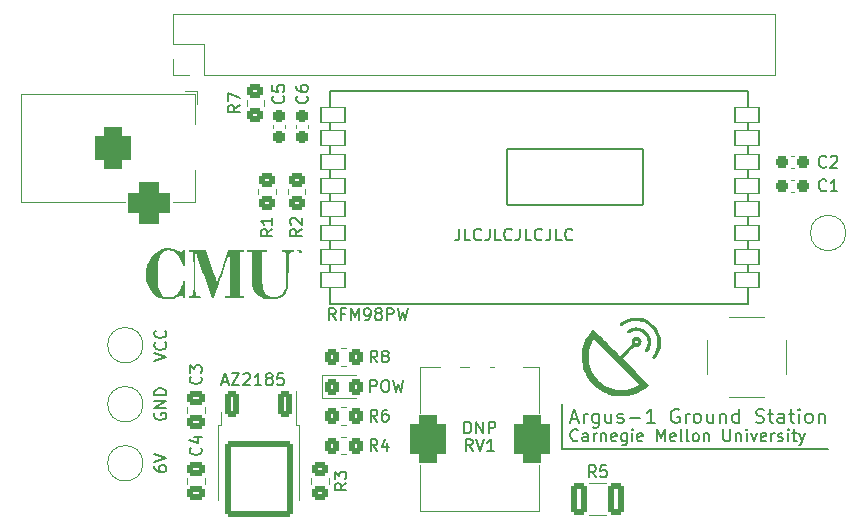
<source format=gto>
G04 #@! TF.GenerationSoftware,KiCad,Pcbnew,7.0.1*
G04 #@! TF.CreationDate,2024-03-31T21:38:23-04:00*
G04 #@! TF.ProjectId,Radio HAT,52616469-6f20-4484-9154-2e6b69636164,v1.1*
G04 #@! TF.SameCoordinates,Original*
G04 #@! TF.FileFunction,Legend,Top*
G04 #@! TF.FilePolarity,Positive*
%FSLAX46Y46*%
G04 Gerber Fmt 4.6, Leading zero omitted, Abs format (unit mm)*
G04 Created by KiCad (PCBNEW 7.0.1) date 2024-03-31 21:38:23*
%MOMM*%
%LPD*%
G01*
G04 APERTURE LIST*
G04 Aperture macros list*
%AMRoundRect*
0 Rectangle with rounded corners*
0 $1 Rounding radius*
0 $2 $3 $4 $5 $6 $7 $8 $9 X,Y pos of 4 corners*
0 Add a 4 corners polygon primitive as box body*
4,1,4,$2,$3,$4,$5,$6,$7,$8,$9,$2,$3,0*
0 Add four circle primitives for the rounded corners*
1,1,$1+$1,$2,$3*
1,1,$1+$1,$4,$5*
1,1,$1+$1,$6,$7*
1,1,$1+$1,$8,$9*
0 Add four rect primitives between the rounded corners*
20,1,$1+$1,$2,$3,$4,$5,0*
20,1,$1+$1,$4,$5,$6,$7,0*
20,1,$1+$1,$6,$7,$8,$9,0*
20,1,$1+$1,$8,$9,$2,$3,0*%
G04 Aperture macros list end*
%ADD10C,0.150000*%
%ADD11C,0.200000*%
%ADD12C,0.120000*%
%ADD13C,0.127000*%
%ADD14RoundRect,0.250000X0.350000X0.450000X-0.350000X0.450000X-0.350000X-0.450000X0.350000X-0.450000X0*%
%ADD15RoundRect,0.250000X-0.400000X-1.075000X0.400000X-1.075000X0.400000X1.075000X-0.400000X1.075000X0*%
%ADD16C,2.000000*%
%ADD17RoundRect,0.250000X0.450000X-0.350000X0.450000X0.350000X-0.450000X0.350000X-0.450000X-0.350000X0*%
%ADD18R,1.800000X1.800000*%
%ADD19C,1.800000*%
%ADD20RoundRect,0.750000X-0.750000X1.250000X-0.750000X-1.250000X0.750000X-1.250000X0.750000X1.250000X0*%
%ADD21RoundRect,0.250000X-0.475000X0.337500X-0.475000X-0.337500X0.475000X-0.337500X0.475000X0.337500X0*%
%ADD22RoundRect,0.237500X-0.237500X0.300000X-0.237500X-0.300000X0.237500X-0.300000X0.237500X0.300000X0*%
%ADD23RoundRect,0.237500X-0.300000X-0.237500X0.300000X-0.237500X0.300000X0.237500X-0.300000X0.237500X0*%
%ADD24RoundRect,0.250000X-0.450000X0.350000X-0.450000X-0.350000X0.450000X-0.350000X0.450000X0.350000X0*%
%ADD25C,2.050000*%
%ADD26C,2.250000*%
%ADD27RoundRect,0.250000X0.475000X-0.337500X0.475000X0.337500X-0.475000X0.337500X-0.475000X-0.337500X0*%
%ADD28C,0.800000*%
%ADD29C,5.400000*%
%ADD30R,1.700000X1.700000*%
%ADD31O,1.700000X1.700000*%
%ADD32RoundRect,0.250000X-0.350000X0.850000X-0.350000X-0.850000X0.350000X-0.850000X0.350000X0.850000X0*%
%ADD33RoundRect,0.249997X-2.650003X2.950003X-2.650003X-2.950003X2.650003X-2.950003X2.650003X2.950003X0*%
%ADD34RoundRect,0.063500X-1.000000X-0.650000X1.000000X-0.650000X1.000000X0.650000X-1.000000X0.650000X0*%
%ADD35RoundRect,0.063500X-5.750000X-2.350000X5.750000X-2.350000X5.750000X2.350000X-5.750000X2.350000X0*%
%ADD36R,3.500000X3.500000*%
%ADD37RoundRect,0.750000X-0.750000X-1.000000X0.750000X-1.000000X0.750000X1.000000X-0.750000X1.000000X0*%
%ADD38RoundRect,0.875000X-0.875000X-0.875000X0.875000X-0.875000X0.875000X0.875000X-0.875000X0.875000X0*%
%ADD39RoundRect,0.250000X-0.325000X-0.450000X0.325000X-0.450000X0.325000X0.450000X-0.325000X0.450000X0*%
%ADD40RoundRect,0.250000X-0.350000X-0.450000X0.350000X-0.450000X0.350000X0.450000X-0.350000X0.450000X0*%
G04 APERTURE END LIST*
D10*
X140000000Y-137250000D02*
X140000000Y-137750000D01*
X140000000Y-137750000D02*
X162500000Y-137750000D01*
X140000000Y-137250000D02*
X140000000Y-134000000D01*
X131714286Y-136462619D02*
X131714286Y-135462619D01*
X131714286Y-135462619D02*
X131952381Y-135462619D01*
X131952381Y-135462619D02*
X132095238Y-135510238D01*
X132095238Y-135510238D02*
X132190476Y-135605476D01*
X132190476Y-135605476D02*
X132238095Y-135700714D01*
X132238095Y-135700714D02*
X132285714Y-135891190D01*
X132285714Y-135891190D02*
X132285714Y-136034047D01*
X132285714Y-136034047D02*
X132238095Y-136224523D01*
X132238095Y-136224523D02*
X132190476Y-136319761D01*
X132190476Y-136319761D02*
X132095238Y-136415000D01*
X132095238Y-136415000D02*
X131952381Y-136462619D01*
X131952381Y-136462619D02*
X131714286Y-136462619D01*
X132714286Y-136462619D02*
X132714286Y-135462619D01*
X132714286Y-135462619D02*
X133285714Y-136462619D01*
X133285714Y-136462619D02*
X133285714Y-135462619D01*
X133761905Y-136462619D02*
X133761905Y-135462619D01*
X133761905Y-135462619D02*
X134142857Y-135462619D01*
X134142857Y-135462619D02*
X134238095Y-135510238D01*
X134238095Y-135510238D02*
X134285714Y-135557857D01*
X134285714Y-135557857D02*
X134333333Y-135653095D01*
X134333333Y-135653095D02*
X134333333Y-135795952D01*
X134333333Y-135795952D02*
X134285714Y-135891190D01*
X134285714Y-135891190D02*
X134238095Y-135938809D01*
X134238095Y-135938809D02*
X134142857Y-135986428D01*
X134142857Y-135986428D02*
X133761905Y-135986428D01*
X123738095Y-132962619D02*
X123738095Y-131962619D01*
X123738095Y-131962619D02*
X124119047Y-131962619D01*
X124119047Y-131962619D02*
X124214285Y-132010238D01*
X124214285Y-132010238D02*
X124261904Y-132057857D01*
X124261904Y-132057857D02*
X124309523Y-132153095D01*
X124309523Y-132153095D02*
X124309523Y-132295952D01*
X124309523Y-132295952D02*
X124261904Y-132391190D01*
X124261904Y-132391190D02*
X124214285Y-132438809D01*
X124214285Y-132438809D02*
X124119047Y-132486428D01*
X124119047Y-132486428D02*
X123738095Y-132486428D01*
X124928571Y-131962619D02*
X125119047Y-131962619D01*
X125119047Y-131962619D02*
X125214285Y-132010238D01*
X125214285Y-132010238D02*
X125309523Y-132105476D01*
X125309523Y-132105476D02*
X125357142Y-132295952D01*
X125357142Y-132295952D02*
X125357142Y-132629285D01*
X125357142Y-132629285D02*
X125309523Y-132819761D01*
X125309523Y-132819761D02*
X125214285Y-132915000D01*
X125214285Y-132915000D02*
X125119047Y-132962619D01*
X125119047Y-132962619D02*
X124928571Y-132962619D01*
X124928571Y-132962619D02*
X124833333Y-132915000D01*
X124833333Y-132915000D02*
X124738095Y-132819761D01*
X124738095Y-132819761D02*
X124690476Y-132629285D01*
X124690476Y-132629285D02*
X124690476Y-132295952D01*
X124690476Y-132295952D02*
X124738095Y-132105476D01*
X124738095Y-132105476D02*
X124833333Y-132010238D01*
X124833333Y-132010238D02*
X124928571Y-131962619D01*
X125690476Y-131962619D02*
X125928571Y-132962619D01*
X125928571Y-132962619D02*
X126119047Y-132248333D01*
X126119047Y-132248333D02*
X126309523Y-132962619D01*
X126309523Y-132962619D02*
X126547619Y-131962619D01*
X120809523Y-126877619D02*
X120476190Y-126401428D01*
X120238095Y-126877619D02*
X120238095Y-125877619D01*
X120238095Y-125877619D02*
X120619047Y-125877619D01*
X120619047Y-125877619D02*
X120714285Y-125925238D01*
X120714285Y-125925238D02*
X120761904Y-125972857D01*
X120761904Y-125972857D02*
X120809523Y-126068095D01*
X120809523Y-126068095D02*
X120809523Y-126210952D01*
X120809523Y-126210952D02*
X120761904Y-126306190D01*
X120761904Y-126306190D02*
X120714285Y-126353809D01*
X120714285Y-126353809D02*
X120619047Y-126401428D01*
X120619047Y-126401428D02*
X120238095Y-126401428D01*
X121571428Y-126353809D02*
X121238095Y-126353809D01*
X121238095Y-126877619D02*
X121238095Y-125877619D01*
X121238095Y-125877619D02*
X121714285Y-125877619D01*
X122095238Y-126877619D02*
X122095238Y-125877619D01*
X122095238Y-125877619D02*
X122428571Y-126591904D01*
X122428571Y-126591904D02*
X122761904Y-125877619D01*
X122761904Y-125877619D02*
X122761904Y-126877619D01*
X123285714Y-126877619D02*
X123476190Y-126877619D01*
X123476190Y-126877619D02*
X123571428Y-126830000D01*
X123571428Y-126830000D02*
X123619047Y-126782380D01*
X123619047Y-126782380D02*
X123714285Y-126639523D01*
X123714285Y-126639523D02*
X123761904Y-126449047D01*
X123761904Y-126449047D02*
X123761904Y-126068095D01*
X123761904Y-126068095D02*
X123714285Y-125972857D01*
X123714285Y-125972857D02*
X123666666Y-125925238D01*
X123666666Y-125925238D02*
X123571428Y-125877619D01*
X123571428Y-125877619D02*
X123380952Y-125877619D01*
X123380952Y-125877619D02*
X123285714Y-125925238D01*
X123285714Y-125925238D02*
X123238095Y-125972857D01*
X123238095Y-125972857D02*
X123190476Y-126068095D01*
X123190476Y-126068095D02*
X123190476Y-126306190D01*
X123190476Y-126306190D02*
X123238095Y-126401428D01*
X123238095Y-126401428D02*
X123285714Y-126449047D01*
X123285714Y-126449047D02*
X123380952Y-126496666D01*
X123380952Y-126496666D02*
X123571428Y-126496666D01*
X123571428Y-126496666D02*
X123666666Y-126449047D01*
X123666666Y-126449047D02*
X123714285Y-126401428D01*
X123714285Y-126401428D02*
X123761904Y-126306190D01*
X124333333Y-126306190D02*
X124238095Y-126258571D01*
X124238095Y-126258571D02*
X124190476Y-126210952D01*
X124190476Y-126210952D02*
X124142857Y-126115714D01*
X124142857Y-126115714D02*
X124142857Y-126068095D01*
X124142857Y-126068095D02*
X124190476Y-125972857D01*
X124190476Y-125972857D02*
X124238095Y-125925238D01*
X124238095Y-125925238D02*
X124333333Y-125877619D01*
X124333333Y-125877619D02*
X124523809Y-125877619D01*
X124523809Y-125877619D02*
X124619047Y-125925238D01*
X124619047Y-125925238D02*
X124666666Y-125972857D01*
X124666666Y-125972857D02*
X124714285Y-126068095D01*
X124714285Y-126068095D02*
X124714285Y-126115714D01*
X124714285Y-126115714D02*
X124666666Y-126210952D01*
X124666666Y-126210952D02*
X124619047Y-126258571D01*
X124619047Y-126258571D02*
X124523809Y-126306190D01*
X124523809Y-126306190D02*
X124333333Y-126306190D01*
X124333333Y-126306190D02*
X124238095Y-126353809D01*
X124238095Y-126353809D02*
X124190476Y-126401428D01*
X124190476Y-126401428D02*
X124142857Y-126496666D01*
X124142857Y-126496666D02*
X124142857Y-126687142D01*
X124142857Y-126687142D02*
X124190476Y-126782380D01*
X124190476Y-126782380D02*
X124238095Y-126830000D01*
X124238095Y-126830000D02*
X124333333Y-126877619D01*
X124333333Y-126877619D02*
X124523809Y-126877619D01*
X124523809Y-126877619D02*
X124619047Y-126830000D01*
X124619047Y-126830000D02*
X124666666Y-126782380D01*
X124666666Y-126782380D02*
X124714285Y-126687142D01*
X124714285Y-126687142D02*
X124714285Y-126496666D01*
X124714285Y-126496666D02*
X124666666Y-126401428D01*
X124666666Y-126401428D02*
X124619047Y-126353809D01*
X124619047Y-126353809D02*
X124523809Y-126306190D01*
X125142857Y-126877619D02*
X125142857Y-125877619D01*
X125142857Y-125877619D02*
X125523809Y-125877619D01*
X125523809Y-125877619D02*
X125619047Y-125925238D01*
X125619047Y-125925238D02*
X125666666Y-125972857D01*
X125666666Y-125972857D02*
X125714285Y-126068095D01*
X125714285Y-126068095D02*
X125714285Y-126210952D01*
X125714285Y-126210952D02*
X125666666Y-126306190D01*
X125666666Y-126306190D02*
X125619047Y-126353809D01*
X125619047Y-126353809D02*
X125523809Y-126401428D01*
X125523809Y-126401428D02*
X125142857Y-126401428D01*
X126047619Y-125877619D02*
X126285714Y-126877619D01*
X126285714Y-126877619D02*
X126476190Y-126163333D01*
X126476190Y-126163333D02*
X126666666Y-126877619D01*
X126666666Y-126877619D02*
X126904762Y-125877619D01*
X131273809Y-119127619D02*
X131273809Y-119841904D01*
X131273809Y-119841904D02*
X131226190Y-119984761D01*
X131226190Y-119984761D02*
X131130952Y-120080000D01*
X131130952Y-120080000D02*
X130988095Y-120127619D01*
X130988095Y-120127619D02*
X130892857Y-120127619D01*
X132226190Y-120127619D02*
X131750000Y-120127619D01*
X131750000Y-120127619D02*
X131750000Y-119127619D01*
X133130952Y-120032380D02*
X133083333Y-120080000D01*
X133083333Y-120080000D02*
X132940476Y-120127619D01*
X132940476Y-120127619D02*
X132845238Y-120127619D01*
X132845238Y-120127619D02*
X132702381Y-120080000D01*
X132702381Y-120080000D02*
X132607143Y-119984761D01*
X132607143Y-119984761D02*
X132559524Y-119889523D01*
X132559524Y-119889523D02*
X132511905Y-119699047D01*
X132511905Y-119699047D02*
X132511905Y-119556190D01*
X132511905Y-119556190D02*
X132559524Y-119365714D01*
X132559524Y-119365714D02*
X132607143Y-119270476D01*
X132607143Y-119270476D02*
X132702381Y-119175238D01*
X132702381Y-119175238D02*
X132845238Y-119127619D01*
X132845238Y-119127619D02*
X132940476Y-119127619D01*
X132940476Y-119127619D02*
X133083333Y-119175238D01*
X133083333Y-119175238D02*
X133130952Y-119222857D01*
X133845238Y-119127619D02*
X133845238Y-119841904D01*
X133845238Y-119841904D02*
X133797619Y-119984761D01*
X133797619Y-119984761D02*
X133702381Y-120080000D01*
X133702381Y-120080000D02*
X133559524Y-120127619D01*
X133559524Y-120127619D02*
X133464286Y-120127619D01*
X134797619Y-120127619D02*
X134321429Y-120127619D01*
X134321429Y-120127619D02*
X134321429Y-119127619D01*
X135702381Y-120032380D02*
X135654762Y-120080000D01*
X135654762Y-120080000D02*
X135511905Y-120127619D01*
X135511905Y-120127619D02*
X135416667Y-120127619D01*
X135416667Y-120127619D02*
X135273810Y-120080000D01*
X135273810Y-120080000D02*
X135178572Y-119984761D01*
X135178572Y-119984761D02*
X135130953Y-119889523D01*
X135130953Y-119889523D02*
X135083334Y-119699047D01*
X135083334Y-119699047D02*
X135083334Y-119556190D01*
X135083334Y-119556190D02*
X135130953Y-119365714D01*
X135130953Y-119365714D02*
X135178572Y-119270476D01*
X135178572Y-119270476D02*
X135273810Y-119175238D01*
X135273810Y-119175238D02*
X135416667Y-119127619D01*
X135416667Y-119127619D02*
X135511905Y-119127619D01*
X135511905Y-119127619D02*
X135654762Y-119175238D01*
X135654762Y-119175238D02*
X135702381Y-119222857D01*
X136416667Y-119127619D02*
X136416667Y-119841904D01*
X136416667Y-119841904D02*
X136369048Y-119984761D01*
X136369048Y-119984761D02*
X136273810Y-120080000D01*
X136273810Y-120080000D02*
X136130953Y-120127619D01*
X136130953Y-120127619D02*
X136035715Y-120127619D01*
X137369048Y-120127619D02*
X136892858Y-120127619D01*
X136892858Y-120127619D02*
X136892858Y-119127619D01*
X138273810Y-120032380D02*
X138226191Y-120080000D01*
X138226191Y-120080000D02*
X138083334Y-120127619D01*
X138083334Y-120127619D02*
X137988096Y-120127619D01*
X137988096Y-120127619D02*
X137845239Y-120080000D01*
X137845239Y-120080000D02*
X137750001Y-119984761D01*
X137750001Y-119984761D02*
X137702382Y-119889523D01*
X137702382Y-119889523D02*
X137654763Y-119699047D01*
X137654763Y-119699047D02*
X137654763Y-119556190D01*
X137654763Y-119556190D02*
X137702382Y-119365714D01*
X137702382Y-119365714D02*
X137750001Y-119270476D01*
X137750001Y-119270476D02*
X137845239Y-119175238D01*
X137845239Y-119175238D02*
X137988096Y-119127619D01*
X137988096Y-119127619D02*
X138083334Y-119127619D01*
X138083334Y-119127619D02*
X138226191Y-119175238D01*
X138226191Y-119175238D02*
X138273810Y-119222857D01*
X138988096Y-119127619D02*
X138988096Y-119841904D01*
X138988096Y-119841904D02*
X138940477Y-119984761D01*
X138940477Y-119984761D02*
X138845239Y-120080000D01*
X138845239Y-120080000D02*
X138702382Y-120127619D01*
X138702382Y-120127619D02*
X138607144Y-120127619D01*
X139940477Y-120127619D02*
X139464287Y-120127619D01*
X139464287Y-120127619D02*
X139464287Y-119127619D01*
X140845239Y-120032380D02*
X140797620Y-120080000D01*
X140797620Y-120080000D02*
X140654763Y-120127619D01*
X140654763Y-120127619D02*
X140559525Y-120127619D01*
X140559525Y-120127619D02*
X140416668Y-120080000D01*
X140416668Y-120080000D02*
X140321430Y-119984761D01*
X140321430Y-119984761D02*
X140273811Y-119889523D01*
X140273811Y-119889523D02*
X140226192Y-119699047D01*
X140226192Y-119699047D02*
X140226192Y-119556190D01*
X140226192Y-119556190D02*
X140273811Y-119365714D01*
X140273811Y-119365714D02*
X140321430Y-119270476D01*
X140321430Y-119270476D02*
X140416668Y-119175238D01*
X140416668Y-119175238D02*
X140559525Y-119127619D01*
X140559525Y-119127619D02*
X140654763Y-119127619D01*
X140654763Y-119127619D02*
X140797620Y-119175238D01*
X140797620Y-119175238D02*
X140845239Y-119222857D01*
X105462619Y-130333332D02*
X106462619Y-129999999D01*
X106462619Y-129999999D02*
X105462619Y-129666666D01*
X106367380Y-128761904D02*
X106415000Y-128809523D01*
X106415000Y-128809523D02*
X106462619Y-128952380D01*
X106462619Y-128952380D02*
X106462619Y-129047618D01*
X106462619Y-129047618D02*
X106415000Y-129190475D01*
X106415000Y-129190475D02*
X106319761Y-129285713D01*
X106319761Y-129285713D02*
X106224523Y-129333332D01*
X106224523Y-129333332D02*
X106034047Y-129380951D01*
X106034047Y-129380951D02*
X105891190Y-129380951D01*
X105891190Y-129380951D02*
X105700714Y-129333332D01*
X105700714Y-129333332D02*
X105605476Y-129285713D01*
X105605476Y-129285713D02*
X105510238Y-129190475D01*
X105510238Y-129190475D02*
X105462619Y-129047618D01*
X105462619Y-129047618D02*
X105462619Y-128952380D01*
X105462619Y-128952380D02*
X105510238Y-128809523D01*
X105510238Y-128809523D02*
X105557857Y-128761904D01*
X106367380Y-127761904D02*
X106415000Y-127809523D01*
X106415000Y-127809523D02*
X106462619Y-127952380D01*
X106462619Y-127952380D02*
X106462619Y-128047618D01*
X106462619Y-128047618D02*
X106415000Y-128190475D01*
X106415000Y-128190475D02*
X106319761Y-128285713D01*
X106319761Y-128285713D02*
X106224523Y-128333332D01*
X106224523Y-128333332D02*
X106034047Y-128380951D01*
X106034047Y-128380951D02*
X105891190Y-128380951D01*
X105891190Y-128380951D02*
X105700714Y-128333332D01*
X105700714Y-128333332D02*
X105605476Y-128285713D01*
X105605476Y-128285713D02*
X105510238Y-128190475D01*
X105510238Y-128190475D02*
X105462619Y-128047618D01*
X105462619Y-128047618D02*
X105462619Y-127952380D01*
X105462619Y-127952380D02*
X105510238Y-127809523D01*
X105510238Y-127809523D02*
X105557857Y-127761904D01*
X105510238Y-134761904D02*
X105462619Y-134857142D01*
X105462619Y-134857142D02*
X105462619Y-134999999D01*
X105462619Y-134999999D02*
X105510238Y-135142856D01*
X105510238Y-135142856D02*
X105605476Y-135238094D01*
X105605476Y-135238094D02*
X105700714Y-135285713D01*
X105700714Y-135285713D02*
X105891190Y-135333332D01*
X105891190Y-135333332D02*
X106034047Y-135333332D01*
X106034047Y-135333332D02*
X106224523Y-135285713D01*
X106224523Y-135285713D02*
X106319761Y-135238094D01*
X106319761Y-135238094D02*
X106415000Y-135142856D01*
X106415000Y-135142856D02*
X106462619Y-134999999D01*
X106462619Y-134999999D02*
X106462619Y-134904761D01*
X106462619Y-134904761D02*
X106415000Y-134761904D01*
X106415000Y-134761904D02*
X106367380Y-134714285D01*
X106367380Y-134714285D02*
X106034047Y-134714285D01*
X106034047Y-134714285D02*
X106034047Y-134904761D01*
X106462619Y-134285713D02*
X105462619Y-134285713D01*
X105462619Y-134285713D02*
X106462619Y-133714285D01*
X106462619Y-133714285D02*
X105462619Y-133714285D01*
X106462619Y-133238094D02*
X105462619Y-133238094D01*
X105462619Y-133238094D02*
X105462619Y-132999999D01*
X105462619Y-132999999D02*
X105510238Y-132857142D01*
X105510238Y-132857142D02*
X105605476Y-132761904D01*
X105605476Y-132761904D02*
X105700714Y-132714285D01*
X105700714Y-132714285D02*
X105891190Y-132666666D01*
X105891190Y-132666666D02*
X106034047Y-132666666D01*
X106034047Y-132666666D02*
X106224523Y-132714285D01*
X106224523Y-132714285D02*
X106319761Y-132761904D01*
X106319761Y-132761904D02*
X106415000Y-132857142D01*
X106415000Y-132857142D02*
X106462619Y-132999999D01*
X106462619Y-132999999D02*
X106462619Y-133238094D01*
X111190476Y-132091904D02*
X111666666Y-132091904D01*
X111095238Y-132377619D02*
X111428571Y-131377619D01*
X111428571Y-131377619D02*
X111761904Y-132377619D01*
X112000000Y-131377619D02*
X112666666Y-131377619D01*
X112666666Y-131377619D02*
X112000000Y-132377619D01*
X112000000Y-132377619D02*
X112666666Y-132377619D01*
X113000000Y-131472857D02*
X113047619Y-131425238D01*
X113047619Y-131425238D02*
X113142857Y-131377619D01*
X113142857Y-131377619D02*
X113380952Y-131377619D01*
X113380952Y-131377619D02*
X113476190Y-131425238D01*
X113476190Y-131425238D02*
X113523809Y-131472857D01*
X113523809Y-131472857D02*
X113571428Y-131568095D01*
X113571428Y-131568095D02*
X113571428Y-131663333D01*
X113571428Y-131663333D02*
X113523809Y-131806190D01*
X113523809Y-131806190D02*
X112952381Y-132377619D01*
X112952381Y-132377619D02*
X113571428Y-132377619D01*
X114523809Y-132377619D02*
X113952381Y-132377619D01*
X114238095Y-132377619D02*
X114238095Y-131377619D01*
X114238095Y-131377619D02*
X114142857Y-131520476D01*
X114142857Y-131520476D02*
X114047619Y-131615714D01*
X114047619Y-131615714D02*
X113952381Y-131663333D01*
X115095238Y-131806190D02*
X115000000Y-131758571D01*
X115000000Y-131758571D02*
X114952381Y-131710952D01*
X114952381Y-131710952D02*
X114904762Y-131615714D01*
X114904762Y-131615714D02*
X114904762Y-131568095D01*
X114904762Y-131568095D02*
X114952381Y-131472857D01*
X114952381Y-131472857D02*
X115000000Y-131425238D01*
X115000000Y-131425238D02*
X115095238Y-131377619D01*
X115095238Y-131377619D02*
X115285714Y-131377619D01*
X115285714Y-131377619D02*
X115380952Y-131425238D01*
X115380952Y-131425238D02*
X115428571Y-131472857D01*
X115428571Y-131472857D02*
X115476190Y-131568095D01*
X115476190Y-131568095D02*
X115476190Y-131615714D01*
X115476190Y-131615714D02*
X115428571Y-131710952D01*
X115428571Y-131710952D02*
X115380952Y-131758571D01*
X115380952Y-131758571D02*
X115285714Y-131806190D01*
X115285714Y-131806190D02*
X115095238Y-131806190D01*
X115095238Y-131806190D02*
X115000000Y-131853809D01*
X115000000Y-131853809D02*
X114952381Y-131901428D01*
X114952381Y-131901428D02*
X114904762Y-131996666D01*
X114904762Y-131996666D02*
X114904762Y-132187142D01*
X114904762Y-132187142D02*
X114952381Y-132282380D01*
X114952381Y-132282380D02*
X115000000Y-132330000D01*
X115000000Y-132330000D02*
X115095238Y-132377619D01*
X115095238Y-132377619D02*
X115285714Y-132377619D01*
X115285714Y-132377619D02*
X115380952Y-132330000D01*
X115380952Y-132330000D02*
X115428571Y-132282380D01*
X115428571Y-132282380D02*
X115476190Y-132187142D01*
X115476190Y-132187142D02*
X115476190Y-131996666D01*
X115476190Y-131996666D02*
X115428571Y-131901428D01*
X115428571Y-131901428D02*
X115380952Y-131853809D01*
X115380952Y-131853809D02*
X115285714Y-131806190D01*
X116380952Y-131377619D02*
X115904762Y-131377619D01*
X115904762Y-131377619D02*
X115857143Y-131853809D01*
X115857143Y-131853809D02*
X115904762Y-131806190D01*
X115904762Y-131806190D02*
X116000000Y-131758571D01*
X116000000Y-131758571D02*
X116238095Y-131758571D01*
X116238095Y-131758571D02*
X116333333Y-131806190D01*
X116333333Y-131806190D02*
X116380952Y-131853809D01*
X116380952Y-131853809D02*
X116428571Y-131949047D01*
X116428571Y-131949047D02*
X116428571Y-132187142D01*
X116428571Y-132187142D02*
X116380952Y-132282380D01*
X116380952Y-132282380D02*
X116333333Y-132330000D01*
X116333333Y-132330000D02*
X116238095Y-132377619D01*
X116238095Y-132377619D02*
X116000000Y-132377619D01*
X116000000Y-132377619D02*
X115904762Y-132330000D01*
X115904762Y-132330000D02*
X115857143Y-132282380D01*
D11*
X140728571Y-135260285D02*
X141300000Y-135260285D01*
X140614285Y-135603142D02*
X141014285Y-134403142D01*
X141014285Y-134403142D02*
X141414285Y-135603142D01*
X141814285Y-135603142D02*
X141814285Y-134803142D01*
X141814285Y-135031714D02*
X141871428Y-134917428D01*
X141871428Y-134917428D02*
X141928571Y-134860285D01*
X141928571Y-134860285D02*
X142042856Y-134803142D01*
X142042856Y-134803142D02*
X142157142Y-134803142D01*
X143071428Y-134803142D02*
X143071428Y-135774571D01*
X143071428Y-135774571D02*
X143014285Y-135888857D01*
X143014285Y-135888857D02*
X142957142Y-135946000D01*
X142957142Y-135946000D02*
X142842856Y-136003142D01*
X142842856Y-136003142D02*
X142671428Y-136003142D01*
X142671428Y-136003142D02*
X142557142Y-135946000D01*
X143071428Y-135546000D02*
X142957142Y-135603142D01*
X142957142Y-135603142D02*
X142728570Y-135603142D01*
X142728570Y-135603142D02*
X142614285Y-135546000D01*
X142614285Y-135546000D02*
X142557142Y-135488857D01*
X142557142Y-135488857D02*
X142499999Y-135374571D01*
X142499999Y-135374571D02*
X142499999Y-135031714D01*
X142499999Y-135031714D02*
X142557142Y-134917428D01*
X142557142Y-134917428D02*
X142614285Y-134860285D01*
X142614285Y-134860285D02*
X142728570Y-134803142D01*
X142728570Y-134803142D02*
X142957142Y-134803142D01*
X142957142Y-134803142D02*
X143071428Y-134860285D01*
X144157142Y-134803142D02*
X144157142Y-135603142D01*
X143642856Y-134803142D02*
X143642856Y-135431714D01*
X143642856Y-135431714D02*
X143699999Y-135546000D01*
X143699999Y-135546000D02*
X143814284Y-135603142D01*
X143814284Y-135603142D02*
X143985713Y-135603142D01*
X143985713Y-135603142D02*
X144099999Y-135546000D01*
X144099999Y-135546000D02*
X144157142Y-135488857D01*
X144671427Y-135546000D02*
X144785713Y-135603142D01*
X144785713Y-135603142D02*
X145014284Y-135603142D01*
X145014284Y-135603142D02*
X145128570Y-135546000D01*
X145128570Y-135546000D02*
X145185713Y-135431714D01*
X145185713Y-135431714D02*
X145185713Y-135374571D01*
X145185713Y-135374571D02*
X145128570Y-135260285D01*
X145128570Y-135260285D02*
X145014284Y-135203142D01*
X145014284Y-135203142D02*
X144842856Y-135203142D01*
X144842856Y-135203142D02*
X144728570Y-135146000D01*
X144728570Y-135146000D02*
X144671427Y-135031714D01*
X144671427Y-135031714D02*
X144671427Y-134974571D01*
X144671427Y-134974571D02*
X144728570Y-134860285D01*
X144728570Y-134860285D02*
X144842856Y-134803142D01*
X144842856Y-134803142D02*
X145014284Y-134803142D01*
X145014284Y-134803142D02*
X145128570Y-134860285D01*
X145699999Y-135146000D02*
X146614285Y-135146000D01*
X147814284Y-135603142D02*
X147128570Y-135603142D01*
X147471427Y-135603142D02*
X147471427Y-134403142D01*
X147471427Y-134403142D02*
X147357141Y-134574571D01*
X147357141Y-134574571D02*
X147242856Y-134688857D01*
X147242856Y-134688857D02*
X147128570Y-134746000D01*
X149871427Y-134460285D02*
X149757142Y-134403142D01*
X149757142Y-134403142D02*
X149585713Y-134403142D01*
X149585713Y-134403142D02*
X149414284Y-134460285D01*
X149414284Y-134460285D02*
X149299999Y-134574571D01*
X149299999Y-134574571D02*
X149242856Y-134688857D01*
X149242856Y-134688857D02*
X149185713Y-134917428D01*
X149185713Y-134917428D02*
X149185713Y-135088857D01*
X149185713Y-135088857D02*
X149242856Y-135317428D01*
X149242856Y-135317428D02*
X149299999Y-135431714D01*
X149299999Y-135431714D02*
X149414284Y-135546000D01*
X149414284Y-135546000D02*
X149585713Y-135603142D01*
X149585713Y-135603142D02*
X149699999Y-135603142D01*
X149699999Y-135603142D02*
X149871427Y-135546000D01*
X149871427Y-135546000D02*
X149928570Y-135488857D01*
X149928570Y-135488857D02*
X149928570Y-135088857D01*
X149928570Y-135088857D02*
X149699999Y-135088857D01*
X150442856Y-135603142D02*
X150442856Y-134803142D01*
X150442856Y-135031714D02*
X150499999Y-134917428D01*
X150499999Y-134917428D02*
X150557142Y-134860285D01*
X150557142Y-134860285D02*
X150671427Y-134803142D01*
X150671427Y-134803142D02*
X150785713Y-134803142D01*
X151357141Y-135603142D02*
X151242856Y-135546000D01*
X151242856Y-135546000D02*
X151185713Y-135488857D01*
X151185713Y-135488857D02*
X151128570Y-135374571D01*
X151128570Y-135374571D02*
X151128570Y-135031714D01*
X151128570Y-135031714D02*
X151185713Y-134917428D01*
X151185713Y-134917428D02*
X151242856Y-134860285D01*
X151242856Y-134860285D02*
X151357141Y-134803142D01*
X151357141Y-134803142D02*
X151528570Y-134803142D01*
X151528570Y-134803142D02*
X151642856Y-134860285D01*
X151642856Y-134860285D02*
X151699999Y-134917428D01*
X151699999Y-134917428D02*
X151757141Y-135031714D01*
X151757141Y-135031714D02*
X151757141Y-135374571D01*
X151757141Y-135374571D02*
X151699999Y-135488857D01*
X151699999Y-135488857D02*
X151642856Y-135546000D01*
X151642856Y-135546000D02*
X151528570Y-135603142D01*
X151528570Y-135603142D02*
X151357141Y-135603142D01*
X152785713Y-134803142D02*
X152785713Y-135603142D01*
X152271427Y-134803142D02*
X152271427Y-135431714D01*
X152271427Y-135431714D02*
X152328570Y-135546000D01*
X152328570Y-135546000D02*
X152442855Y-135603142D01*
X152442855Y-135603142D02*
X152614284Y-135603142D01*
X152614284Y-135603142D02*
X152728570Y-135546000D01*
X152728570Y-135546000D02*
X152785713Y-135488857D01*
X153357141Y-134803142D02*
X153357141Y-135603142D01*
X153357141Y-134917428D02*
X153414284Y-134860285D01*
X153414284Y-134860285D02*
X153528569Y-134803142D01*
X153528569Y-134803142D02*
X153699998Y-134803142D01*
X153699998Y-134803142D02*
X153814284Y-134860285D01*
X153814284Y-134860285D02*
X153871427Y-134974571D01*
X153871427Y-134974571D02*
X153871427Y-135603142D01*
X154957141Y-135603142D02*
X154957141Y-134403142D01*
X154957141Y-135546000D02*
X154842855Y-135603142D01*
X154842855Y-135603142D02*
X154614283Y-135603142D01*
X154614283Y-135603142D02*
X154499998Y-135546000D01*
X154499998Y-135546000D02*
X154442855Y-135488857D01*
X154442855Y-135488857D02*
X154385712Y-135374571D01*
X154385712Y-135374571D02*
X154385712Y-135031714D01*
X154385712Y-135031714D02*
X154442855Y-134917428D01*
X154442855Y-134917428D02*
X154499998Y-134860285D01*
X154499998Y-134860285D02*
X154614283Y-134803142D01*
X154614283Y-134803142D02*
X154842855Y-134803142D01*
X154842855Y-134803142D02*
X154957141Y-134860285D01*
X156385712Y-135546000D02*
X156557141Y-135603142D01*
X156557141Y-135603142D02*
X156842855Y-135603142D01*
X156842855Y-135603142D02*
X156957141Y-135546000D01*
X156957141Y-135546000D02*
X157014283Y-135488857D01*
X157014283Y-135488857D02*
X157071426Y-135374571D01*
X157071426Y-135374571D02*
X157071426Y-135260285D01*
X157071426Y-135260285D02*
X157014283Y-135146000D01*
X157014283Y-135146000D02*
X156957141Y-135088857D01*
X156957141Y-135088857D02*
X156842855Y-135031714D01*
X156842855Y-135031714D02*
X156614283Y-134974571D01*
X156614283Y-134974571D02*
X156499998Y-134917428D01*
X156499998Y-134917428D02*
X156442855Y-134860285D01*
X156442855Y-134860285D02*
X156385712Y-134746000D01*
X156385712Y-134746000D02*
X156385712Y-134631714D01*
X156385712Y-134631714D02*
X156442855Y-134517428D01*
X156442855Y-134517428D02*
X156499998Y-134460285D01*
X156499998Y-134460285D02*
X156614283Y-134403142D01*
X156614283Y-134403142D02*
X156899998Y-134403142D01*
X156899998Y-134403142D02*
X157071426Y-134460285D01*
X157414283Y-134803142D02*
X157871426Y-134803142D01*
X157585712Y-134403142D02*
X157585712Y-135431714D01*
X157585712Y-135431714D02*
X157642855Y-135546000D01*
X157642855Y-135546000D02*
X157757140Y-135603142D01*
X157757140Y-135603142D02*
X157871426Y-135603142D01*
X158785712Y-135603142D02*
X158785712Y-134974571D01*
X158785712Y-134974571D02*
X158728569Y-134860285D01*
X158728569Y-134860285D02*
X158614283Y-134803142D01*
X158614283Y-134803142D02*
X158385712Y-134803142D01*
X158385712Y-134803142D02*
X158271426Y-134860285D01*
X158785712Y-135546000D02*
X158671426Y-135603142D01*
X158671426Y-135603142D02*
X158385712Y-135603142D01*
X158385712Y-135603142D02*
X158271426Y-135546000D01*
X158271426Y-135546000D02*
X158214283Y-135431714D01*
X158214283Y-135431714D02*
X158214283Y-135317428D01*
X158214283Y-135317428D02*
X158271426Y-135203142D01*
X158271426Y-135203142D02*
X158385712Y-135146000D01*
X158385712Y-135146000D02*
X158671426Y-135146000D01*
X158671426Y-135146000D02*
X158785712Y-135088857D01*
X159185711Y-134803142D02*
X159642854Y-134803142D01*
X159357140Y-134403142D02*
X159357140Y-135431714D01*
X159357140Y-135431714D02*
X159414283Y-135546000D01*
X159414283Y-135546000D02*
X159528568Y-135603142D01*
X159528568Y-135603142D02*
X159642854Y-135603142D01*
X160042854Y-135603142D02*
X160042854Y-134803142D01*
X160042854Y-134403142D02*
X159985711Y-134460285D01*
X159985711Y-134460285D02*
X160042854Y-134517428D01*
X160042854Y-134517428D02*
X160099997Y-134460285D01*
X160099997Y-134460285D02*
X160042854Y-134403142D01*
X160042854Y-134403142D02*
X160042854Y-134517428D01*
X160785711Y-135603142D02*
X160671426Y-135546000D01*
X160671426Y-135546000D02*
X160614283Y-135488857D01*
X160614283Y-135488857D02*
X160557140Y-135374571D01*
X160557140Y-135374571D02*
X160557140Y-135031714D01*
X160557140Y-135031714D02*
X160614283Y-134917428D01*
X160614283Y-134917428D02*
X160671426Y-134860285D01*
X160671426Y-134860285D02*
X160785711Y-134803142D01*
X160785711Y-134803142D02*
X160957140Y-134803142D01*
X160957140Y-134803142D02*
X161071426Y-134860285D01*
X161071426Y-134860285D02*
X161128569Y-134917428D01*
X161128569Y-134917428D02*
X161185711Y-135031714D01*
X161185711Y-135031714D02*
X161185711Y-135374571D01*
X161185711Y-135374571D02*
X161128569Y-135488857D01*
X161128569Y-135488857D02*
X161071426Y-135546000D01*
X161071426Y-135546000D02*
X160957140Y-135603142D01*
X160957140Y-135603142D02*
X160785711Y-135603142D01*
X161699997Y-134803142D02*
X161699997Y-135603142D01*
X161699997Y-134917428D02*
X161757140Y-134860285D01*
X161757140Y-134860285D02*
X161871425Y-134803142D01*
X161871425Y-134803142D02*
X162042854Y-134803142D01*
X162042854Y-134803142D02*
X162157140Y-134860285D01*
X162157140Y-134860285D02*
X162214283Y-134974571D01*
X162214283Y-134974571D02*
X162214283Y-135603142D01*
D10*
X141309523Y-137032380D02*
X141261904Y-137080000D01*
X141261904Y-137080000D02*
X141119047Y-137127619D01*
X141119047Y-137127619D02*
X141023809Y-137127619D01*
X141023809Y-137127619D02*
X140880952Y-137080000D01*
X140880952Y-137080000D02*
X140785714Y-136984761D01*
X140785714Y-136984761D02*
X140738095Y-136889523D01*
X140738095Y-136889523D02*
X140690476Y-136699047D01*
X140690476Y-136699047D02*
X140690476Y-136556190D01*
X140690476Y-136556190D02*
X140738095Y-136365714D01*
X140738095Y-136365714D02*
X140785714Y-136270476D01*
X140785714Y-136270476D02*
X140880952Y-136175238D01*
X140880952Y-136175238D02*
X141023809Y-136127619D01*
X141023809Y-136127619D02*
X141119047Y-136127619D01*
X141119047Y-136127619D02*
X141261904Y-136175238D01*
X141261904Y-136175238D02*
X141309523Y-136222857D01*
X142166666Y-137127619D02*
X142166666Y-136603809D01*
X142166666Y-136603809D02*
X142119047Y-136508571D01*
X142119047Y-136508571D02*
X142023809Y-136460952D01*
X142023809Y-136460952D02*
X141833333Y-136460952D01*
X141833333Y-136460952D02*
X141738095Y-136508571D01*
X142166666Y-137080000D02*
X142071428Y-137127619D01*
X142071428Y-137127619D02*
X141833333Y-137127619D01*
X141833333Y-137127619D02*
X141738095Y-137080000D01*
X141738095Y-137080000D02*
X141690476Y-136984761D01*
X141690476Y-136984761D02*
X141690476Y-136889523D01*
X141690476Y-136889523D02*
X141738095Y-136794285D01*
X141738095Y-136794285D02*
X141833333Y-136746666D01*
X141833333Y-136746666D02*
X142071428Y-136746666D01*
X142071428Y-136746666D02*
X142166666Y-136699047D01*
X142642857Y-137127619D02*
X142642857Y-136460952D01*
X142642857Y-136651428D02*
X142690476Y-136556190D01*
X142690476Y-136556190D02*
X142738095Y-136508571D01*
X142738095Y-136508571D02*
X142833333Y-136460952D01*
X142833333Y-136460952D02*
X142928571Y-136460952D01*
X143261905Y-136460952D02*
X143261905Y-137127619D01*
X143261905Y-136556190D02*
X143309524Y-136508571D01*
X143309524Y-136508571D02*
X143404762Y-136460952D01*
X143404762Y-136460952D02*
X143547619Y-136460952D01*
X143547619Y-136460952D02*
X143642857Y-136508571D01*
X143642857Y-136508571D02*
X143690476Y-136603809D01*
X143690476Y-136603809D02*
X143690476Y-137127619D01*
X144547619Y-137080000D02*
X144452381Y-137127619D01*
X144452381Y-137127619D02*
X144261905Y-137127619D01*
X144261905Y-137127619D02*
X144166667Y-137080000D01*
X144166667Y-137080000D02*
X144119048Y-136984761D01*
X144119048Y-136984761D02*
X144119048Y-136603809D01*
X144119048Y-136603809D02*
X144166667Y-136508571D01*
X144166667Y-136508571D02*
X144261905Y-136460952D01*
X144261905Y-136460952D02*
X144452381Y-136460952D01*
X144452381Y-136460952D02*
X144547619Y-136508571D01*
X144547619Y-136508571D02*
X144595238Y-136603809D01*
X144595238Y-136603809D02*
X144595238Y-136699047D01*
X144595238Y-136699047D02*
X144119048Y-136794285D01*
X145452381Y-136460952D02*
X145452381Y-137270476D01*
X145452381Y-137270476D02*
X145404762Y-137365714D01*
X145404762Y-137365714D02*
X145357143Y-137413333D01*
X145357143Y-137413333D02*
X145261905Y-137460952D01*
X145261905Y-137460952D02*
X145119048Y-137460952D01*
X145119048Y-137460952D02*
X145023810Y-137413333D01*
X145452381Y-137080000D02*
X145357143Y-137127619D01*
X145357143Y-137127619D02*
X145166667Y-137127619D01*
X145166667Y-137127619D02*
X145071429Y-137080000D01*
X145071429Y-137080000D02*
X145023810Y-137032380D01*
X145023810Y-137032380D02*
X144976191Y-136937142D01*
X144976191Y-136937142D02*
X144976191Y-136651428D01*
X144976191Y-136651428D02*
X145023810Y-136556190D01*
X145023810Y-136556190D02*
X145071429Y-136508571D01*
X145071429Y-136508571D02*
X145166667Y-136460952D01*
X145166667Y-136460952D02*
X145357143Y-136460952D01*
X145357143Y-136460952D02*
X145452381Y-136508571D01*
X145928572Y-137127619D02*
X145928572Y-136460952D01*
X145928572Y-136127619D02*
X145880953Y-136175238D01*
X145880953Y-136175238D02*
X145928572Y-136222857D01*
X145928572Y-136222857D02*
X145976191Y-136175238D01*
X145976191Y-136175238D02*
X145928572Y-136127619D01*
X145928572Y-136127619D02*
X145928572Y-136222857D01*
X146785714Y-137080000D02*
X146690476Y-137127619D01*
X146690476Y-137127619D02*
X146500000Y-137127619D01*
X146500000Y-137127619D02*
X146404762Y-137080000D01*
X146404762Y-137080000D02*
X146357143Y-136984761D01*
X146357143Y-136984761D02*
X146357143Y-136603809D01*
X146357143Y-136603809D02*
X146404762Y-136508571D01*
X146404762Y-136508571D02*
X146500000Y-136460952D01*
X146500000Y-136460952D02*
X146690476Y-136460952D01*
X146690476Y-136460952D02*
X146785714Y-136508571D01*
X146785714Y-136508571D02*
X146833333Y-136603809D01*
X146833333Y-136603809D02*
X146833333Y-136699047D01*
X146833333Y-136699047D02*
X146357143Y-136794285D01*
X148023810Y-137127619D02*
X148023810Y-136127619D01*
X148023810Y-136127619D02*
X148357143Y-136841904D01*
X148357143Y-136841904D02*
X148690476Y-136127619D01*
X148690476Y-136127619D02*
X148690476Y-137127619D01*
X149547619Y-137080000D02*
X149452381Y-137127619D01*
X149452381Y-137127619D02*
X149261905Y-137127619D01*
X149261905Y-137127619D02*
X149166667Y-137080000D01*
X149166667Y-137080000D02*
X149119048Y-136984761D01*
X149119048Y-136984761D02*
X149119048Y-136603809D01*
X149119048Y-136603809D02*
X149166667Y-136508571D01*
X149166667Y-136508571D02*
X149261905Y-136460952D01*
X149261905Y-136460952D02*
X149452381Y-136460952D01*
X149452381Y-136460952D02*
X149547619Y-136508571D01*
X149547619Y-136508571D02*
X149595238Y-136603809D01*
X149595238Y-136603809D02*
X149595238Y-136699047D01*
X149595238Y-136699047D02*
X149119048Y-136794285D01*
X150166667Y-137127619D02*
X150071429Y-137080000D01*
X150071429Y-137080000D02*
X150023810Y-136984761D01*
X150023810Y-136984761D02*
X150023810Y-136127619D01*
X150690477Y-137127619D02*
X150595239Y-137080000D01*
X150595239Y-137080000D02*
X150547620Y-136984761D01*
X150547620Y-136984761D02*
X150547620Y-136127619D01*
X151214287Y-137127619D02*
X151119049Y-137080000D01*
X151119049Y-137080000D02*
X151071430Y-137032380D01*
X151071430Y-137032380D02*
X151023811Y-136937142D01*
X151023811Y-136937142D02*
X151023811Y-136651428D01*
X151023811Y-136651428D02*
X151071430Y-136556190D01*
X151071430Y-136556190D02*
X151119049Y-136508571D01*
X151119049Y-136508571D02*
X151214287Y-136460952D01*
X151214287Y-136460952D02*
X151357144Y-136460952D01*
X151357144Y-136460952D02*
X151452382Y-136508571D01*
X151452382Y-136508571D02*
X151500001Y-136556190D01*
X151500001Y-136556190D02*
X151547620Y-136651428D01*
X151547620Y-136651428D02*
X151547620Y-136937142D01*
X151547620Y-136937142D02*
X151500001Y-137032380D01*
X151500001Y-137032380D02*
X151452382Y-137080000D01*
X151452382Y-137080000D02*
X151357144Y-137127619D01*
X151357144Y-137127619D02*
X151214287Y-137127619D01*
X151976192Y-136460952D02*
X151976192Y-137127619D01*
X151976192Y-136556190D02*
X152023811Y-136508571D01*
X152023811Y-136508571D02*
X152119049Y-136460952D01*
X152119049Y-136460952D02*
X152261906Y-136460952D01*
X152261906Y-136460952D02*
X152357144Y-136508571D01*
X152357144Y-136508571D02*
X152404763Y-136603809D01*
X152404763Y-136603809D02*
X152404763Y-137127619D01*
X153642859Y-136127619D02*
X153642859Y-136937142D01*
X153642859Y-136937142D02*
X153690478Y-137032380D01*
X153690478Y-137032380D02*
X153738097Y-137080000D01*
X153738097Y-137080000D02*
X153833335Y-137127619D01*
X153833335Y-137127619D02*
X154023811Y-137127619D01*
X154023811Y-137127619D02*
X154119049Y-137080000D01*
X154119049Y-137080000D02*
X154166668Y-137032380D01*
X154166668Y-137032380D02*
X154214287Y-136937142D01*
X154214287Y-136937142D02*
X154214287Y-136127619D01*
X154690478Y-136460952D02*
X154690478Y-137127619D01*
X154690478Y-136556190D02*
X154738097Y-136508571D01*
X154738097Y-136508571D02*
X154833335Y-136460952D01*
X154833335Y-136460952D02*
X154976192Y-136460952D01*
X154976192Y-136460952D02*
X155071430Y-136508571D01*
X155071430Y-136508571D02*
X155119049Y-136603809D01*
X155119049Y-136603809D02*
X155119049Y-137127619D01*
X155595240Y-137127619D02*
X155595240Y-136460952D01*
X155595240Y-136127619D02*
X155547621Y-136175238D01*
X155547621Y-136175238D02*
X155595240Y-136222857D01*
X155595240Y-136222857D02*
X155642859Y-136175238D01*
X155642859Y-136175238D02*
X155595240Y-136127619D01*
X155595240Y-136127619D02*
X155595240Y-136222857D01*
X155976192Y-136460952D02*
X156214287Y-137127619D01*
X156214287Y-137127619D02*
X156452382Y-136460952D01*
X157214287Y-137080000D02*
X157119049Y-137127619D01*
X157119049Y-137127619D02*
X156928573Y-137127619D01*
X156928573Y-137127619D02*
X156833335Y-137080000D01*
X156833335Y-137080000D02*
X156785716Y-136984761D01*
X156785716Y-136984761D02*
X156785716Y-136603809D01*
X156785716Y-136603809D02*
X156833335Y-136508571D01*
X156833335Y-136508571D02*
X156928573Y-136460952D01*
X156928573Y-136460952D02*
X157119049Y-136460952D01*
X157119049Y-136460952D02*
X157214287Y-136508571D01*
X157214287Y-136508571D02*
X157261906Y-136603809D01*
X157261906Y-136603809D02*
X157261906Y-136699047D01*
X157261906Y-136699047D02*
X156785716Y-136794285D01*
X157690478Y-137127619D02*
X157690478Y-136460952D01*
X157690478Y-136651428D02*
X157738097Y-136556190D01*
X157738097Y-136556190D02*
X157785716Y-136508571D01*
X157785716Y-136508571D02*
X157880954Y-136460952D01*
X157880954Y-136460952D02*
X157976192Y-136460952D01*
X158261907Y-137080000D02*
X158357145Y-137127619D01*
X158357145Y-137127619D02*
X158547621Y-137127619D01*
X158547621Y-137127619D02*
X158642859Y-137080000D01*
X158642859Y-137080000D02*
X158690478Y-136984761D01*
X158690478Y-136984761D02*
X158690478Y-136937142D01*
X158690478Y-136937142D02*
X158642859Y-136841904D01*
X158642859Y-136841904D02*
X158547621Y-136794285D01*
X158547621Y-136794285D02*
X158404764Y-136794285D01*
X158404764Y-136794285D02*
X158309526Y-136746666D01*
X158309526Y-136746666D02*
X158261907Y-136651428D01*
X158261907Y-136651428D02*
X158261907Y-136603809D01*
X158261907Y-136603809D02*
X158309526Y-136508571D01*
X158309526Y-136508571D02*
X158404764Y-136460952D01*
X158404764Y-136460952D02*
X158547621Y-136460952D01*
X158547621Y-136460952D02*
X158642859Y-136508571D01*
X159119050Y-137127619D02*
X159119050Y-136460952D01*
X159119050Y-136127619D02*
X159071431Y-136175238D01*
X159071431Y-136175238D02*
X159119050Y-136222857D01*
X159119050Y-136222857D02*
X159166669Y-136175238D01*
X159166669Y-136175238D02*
X159119050Y-136127619D01*
X159119050Y-136127619D02*
X159119050Y-136222857D01*
X159452383Y-136460952D02*
X159833335Y-136460952D01*
X159595240Y-136127619D02*
X159595240Y-136984761D01*
X159595240Y-136984761D02*
X159642859Y-137080000D01*
X159642859Y-137080000D02*
X159738097Y-137127619D01*
X159738097Y-137127619D02*
X159833335Y-137127619D01*
X160071431Y-136460952D02*
X160309526Y-137127619D01*
X160547621Y-136460952D02*
X160309526Y-137127619D01*
X160309526Y-137127619D02*
X160214288Y-137365714D01*
X160214288Y-137365714D02*
X160166669Y-137413333D01*
X160166669Y-137413333D02*
X160071431Y-137460952D01*
X105462619Y-139238095D02*
X105462619Y-139428571D01*
X105462619Y-139428571D02*
X105510238Y-139523809D01*
X105510238Y-139523809D02*
X105557857Y-139571428D01*
X105557857Y-139571428D02*
X105700714Y-139666666D01*
X105700714Y-139666666D02*
X105891190Y-139714285D01*
X105891190Y-139714285D02*
X106272142Y-139714285D01*
X106272142Y-139714285D02*
X106367380Y-139666666D01*
X106367380Y-139666666D02*
X106415000Y-139619047D01*
X106415000Y-139619047D02*
X106462619Y-139523809D01*
X106462619Y-139523809D02*
X106462619Y-139333333D01*
X106462619Y-139333333D02*
X106415000Y-139238095D01*
X106415000Y-139238095D02*
X106367380Y-139190476D01*
X106367380Y-139190476D02*
X106272142Y-139142857D01*
X106272142Y-139142857D02*
X106034047Y-139142857D01*
X106034047Y-139142857D02*
X105938809Y-139190476D01*
X105938809Y-139190476D02*
X105891190Y-139238095D01*
X105891190Y-139238095D02*
X105843571Y-139333333D01*
X105843571Y-139333333D02*
X105843571Y-139523809D01*
X105843571Y-139523809D02*
X105891190Y-139619047D01*
X105891190Y-139619047D02*
X105938809Y-139666666D01*
X105938809Y-139666666D02*
X106034047Y-139714285D01*
X105462619Y-138857142D02*
X106462619Y-138523809D01*
X106462619Y-138523809D02*
X105462619Y-138190476D01*
X124333333Y-130462619D02*
X124000000Y-129986428D01*
X123761905Y-130462619D02*
X123761905Y-129462619D01*
X123761905Y-129462619D02*
X124142857Y-129462619D01*
X124142857Y-129462619D02*
X124238095Y-129510238D01*
X124238095Y-129510238D02*
X124285714Y-129557857D01*
X124285714Y-129557857D02*
X124333333Y-129653095D01*
X124333333Y-129653095D02*
X124333333Y-129795952D01*
X124333333Y-129795952D02*
X124285714Y-129891190D01*
X124285714Y-129891190D02*
X124238095Y-129938809D01*
X124238095Y-129938809D02*
X124142857Y-129986428D01*
X124142857Y-129986428D02*
X123761905Y-129986428D01*
X124904762Y-129891190D02*
X124809524Y-129843571D01*
X124809524Y-129843571D02*
X124761905Y-129795952D01*
X124761905Y-129795952D02*
X124714286Y-129700714D01*
X124714286Y-129700714D02*
X124714286Y-129653095D01*
X124714286Y-129653095D02*
X124761905Y-129557857D01*
X124761905Y-129557857D02*
X124809524Y-129510238D01*
X124809524Y-129510238D02*
X124904762Y-129462619D01*
X124904762Y-129462619D02*
X125095238Y-129462619D01*
X125095238Y-129462619D02*
X125190476Y-129510238D01*
X125190476Y-129510238D02*
X125238095Y-129557857D01*
X125238095Y-129557857D02*
X125285714Y-129653095D01*
X125285714Y-129653095D02*
X125285714Y-129700714D01*
X125285714Y-129700714D02*
X125238095Y-129795952D01*
X125238095Y-129795952D02*
X125190476Y-129843571D01*
X125190476Y-129843571D02*
X125095238Y-129891190D01*
X125095238Y-129891190D02*
X124904762Y-129891190D01*
X124904762Y-129891190D02*
X124809524Y-129938809D01*
X124809524Y-129938809D02*
X124761905Y-129986428D01*
X124761905Y-129986428D02*
X124714286Y-130081666D01*
X124714286Y-130081666D02*
X124714286Y-130272142D01*
X124714286Y-130272142D02*
X124761905Y-130367380D01*
X124761905Y-130367380D02*
X124809524Y-130415000D01*
X124809524Y-130415000D02*
X124904762Y-130462619D01*
X124904762Y-130462619D02*
X125095238Y-130462619D01*
X125095238Y-130462619D02*
X125190476Y-130415000D01*
X125190476Y-130415000D02*
X125238095Y-130367380D01*
X125238095Y-130367380D02*
X125285714Y-130272142D01*
X125285714Y-130272142D02*
X125285714Y-130081666D01*
X125285714Y-130081666D02*
X125238095Y-129986428D01*
X125238095Y-129986428D02*
X125190476Y-129938809D01*
X125190476Y-129938809D02*
X125095238Y-129891190D01*
X142833333Y-140182619D02*
X142500000Y-139706428D01*
X142261905Y-140182619D02*
X142261905Y-139182619D01*
X142261905Y-139182619D02*
X142642857Y-139182619D01*
X142642857Y-139182619D02*
X142738095Y-139230238D01*
X142738095Y-139230238D02*
X142785714Y-139277857D01*
X142785714Y-139277857D02*
X142833333Y-139373095D01*
X142833333Y-139373095D02*
X142833333Y-139515952D01*
X142833333Y-139515952D02*
X142785714Y-139611190D01*
X142785714Y-139611190D02*
X142738095Y-139658809D01*
X142738095Y-139658809D02*
X142642857Y-139706428D01*
X142642857Y-139706428D02*
X142261905Y-139706428D01*
X143738095Y-139182619D02*
X143261905Y-139182619D01*
X143261905Y-139182619D02*
X143214286Y-139658809D01*
X143214286Y-139658809D02*
X143261905Y-139611190D01*
X143261905Y-139611190D02*
X143357143Y-139563571D01*
X143357143Y-139563571D02*
X143595238Y-139563571D01*
X143595238Y-139563571D02*
X143690476Y-139611190D01*
X143690476Y-139611190D02*
X143738095Y-139658809D01*
X143738095Y-139658809D02*
X143785714Y-139754047D01*
X143785714Y-139754047D02*
X143785714Y-139992142D01*
X143785714Y-139992142D02*
X143738095Y-140087380D01*
X143738095Y-140087380D02*
X143690476Y-140135000D01*
X143690476Y-140135000D02*
X143595238Y-140182619D01*
X143595238Y-140182619D02*
X143357143Y-140182619D01*
X143357143Y-140182619D02*
X143261905Y-140135000D01*
X143261905Y-140135000D02*
X143214286Y-140087380D01*
X121712619Y-140666666D02*
X121236428Y-140999999D01*
X121712619Y-141238094D02*
X120712619Y-141238094D01*
X120712619Y-141238094D02*
X120712619Y-140857142D01*
X120712619Y-140857142D02*
X120760238Y-140761904D01*
X120760238Y-140761904D02*
X120807857Y-140714285D01*
X120807857Y-140714285D02*
X120903095Y-140666666D01*
X120903095Y-140666666D02*
X121045952Y-140666666D01*
X121045952Y-140666666D02*
X121141190Y-140714285D01*
X121141190Y-140714285D02*
X121188809Y-140761904D01*
X121188809Y-140761904D02*
X121236428Y-140857142D01*
X121236428Y-140857142D02*
X121236428Y-141238094D01*
X120712619Y-140333332D02*
X120712619Y-139714285D01*
X120712619Y-139714285D02*
X121093571Y-140047618D01*
X121093571Y-140047618D02*
X121093571Y-139904761D01*
X121093571Y-139904761D02*
X121141190Y-139809523D01*
X121141190Y-139809523D02*
X121188809Y-139761904D01*
X121188809Y-139761904D02*
X121284047Y-139714285D01*
X121284047Y-139714285D02*
X121522142Y-139714285D01*
X121522142Y-139714285D02*
X121617380Y-139761904D01*
X121617380Y-139761904D02*
X121665000Y-139809523D01*
X121665000Y-139809523D02*
X121712619Y-139904761D01*
X121712619Y-139904761D02*
X121712619Y-140190475D01*
X121712619Y-140190475D02*
X121665000Y-140285713D01*
X121665000Y-140285713D02*
X121617380Y-140333332D01*
X132404761Y-137962619D02*
X132071428Y-137486428D01*
X131833333Y-137962619D02*
X131833333Y-136962619D01*
X131833333Y-136962619D02*
X132214285Y-136962619D01*
X132214285Y-136962619D02*
X132309523Y-137010238D01*
X132309523Y-137010238D02*
X132357142Y-137057857D01*
X132357142Y-137057857D02*
X132404761Y-137153095D01*
X132404761Y-137153095D02*
X132404761Y-137295952D01*
X132404761Y-137295952D02*
X132357142Y-137391190D01*
X132357142Y-137391190D02*
X132309523Y-137438809D01*
X132309523Y-137438809D02*
X132214285Y-137486428D01*
X132214285Y-137486428D02*
X131833333Y-137486428D01*
X132690476Y-136962619D02*
X133023809Y-137962619D01*
X133023809Y-137962619D02*
X133357142Y-136962619D01*
X134214285Y-137962619D02*
X133642857Y-137962619D01*
X133928571Y-137962619D02*
X133928571Y-136962619D01*
X133928571Y-136962619D02*
X133833333Y-137105476D01*
X133833333Y-137105476D02*
X133738095Y-137200714D01*
X133738095Y-137200714D02*
X133642857Y-137248333D01*
X117962619Y-119166666D02*
X117486428Y-119499999D01*
X117962619Y-119738094D02*
X116962619Y-119738094D01*
X116962619Y-119738094D02*
X116962619Y-119357142D01*
X116962619Y-119357142D02*
X117010238Y-119261904D01*
X117010238Y-119261904D02*
X117057857Y-119214285D01*
X117057857Y-119214285D02*
X117153095Y-119166666D01*
X117153095Y-119166666D02*
X117295952Y-119166666D01*
X117295952Y-119166666D02*
X117391190Y-119214285D01*
X117391190Y-119214285D02*
X117438809Y-119261904D01*
X117438809Y-119261904D02*
X117486428Y-119357142D01*
X117486428Y-119357142D02*
X117486428Y-119738094D01*
X117057857Y-118785713D02*
X117010238Y-118738094D01*
X117010238Y-118738094D02*
X116962619Y-118642856D01*
X116962619Y-118642856D02*
X116962619Y-118404761D01*
X116962619Y-118404761D02*
X117010238Y-118309523D01*
X117010238Y-118309523D02*
X117057857Y-118261904D01*
X117057857Y-118261904D02*
X117153095Y-118214285D01*
X117153095Y-118214285D02*
X117248333Y-118214285D01*
X117248333Y-118214285D02*
X117391190Y-118261904D01*
X117391190Y-118261904D02*
X117962619Y-118833332D01*
X117962619Y-118833332D02*
X117962619Y-118214285D01*
X109367380Y-131666666D02*
X109415000Y-131714285D01*
X109415000Y-131714285D02*
X109462619Y-131857142D01*
X109462619Y-131857142D02*
X109462619Y-131952380D01*
X109462619Y-131952380D02*
X109415000Y-132095237D01*
X109415000Y-132095237D02*
X109319761Y-132190475D01*
X109319761Y-132190475D02*
X109224523Y-132238094D01*
X109224523Y-132238094D02*
X109034047Y-132285713D01*
X109034047Y-132285713D02*
X108891190Y-132285713D01*
X108891190Y-132285713D02*
X108700714Y-132238094D01*
X108700714Y-132238094D02*
X108605476Y-132190475D01*
X108605476Y-132190475D02*
X108510238Y-132095237D01*
X108510238Y-132095237D02*
X108462619Y-131952380D01*
X108462619Y-131952380D02*
X108462619Y-131857142D01*
X108462619Y-131857142D02*
X108510238Y-131714285D01*
X108510238Y-131714285D02*
X108557857Y-131666666D01*
X108462619Y-131333332D02*
X108462619Y-130714285D01*
X108462619Y-130714285D02*
X108843571Y-131047618D01*
X108843571Y-131047618D02*
X108843571Y-130904761D01*
X108843571Y-130904761D02*
X108891190Y-130809523D01*
X108891190Y-130809523D02*
X108938809Y-130761904D01*
X108938809Y-130761904D02*
X109034047Y-130714285D01*
X109034047Y-130714285D02*
X109272142Y-130714285D01*
X109272142Y-130714285D02*
X109367380Y-130761904D01*
X109367380Y-130761904D02*
X109415000Y-130809523D01*
X109415000Y-130809523D02*
X109462619Y-130904761D01*
X109462619Y-130904761D02*
X109462619Y-131190475D01*
X109462619Y-131190475D02*
X109415000Y-131285713D01*
X109415000Y-131285713D02*
X109367380Y-131333332D01*
X116367380Y-107916666D02*
X116415000Y-107964285D01*
X116415000Y-107964285D02*
X116462619Y-108107142D01*
X116462619Y-108107142D02*
X116462619Y-108202380D01*
X116462619Y-108202380D02*
X116415000Y-108345237D01*
X116415000Y-108345237D02*
X116319761Y-108440475D01*
X116319761Y-108440475D02*
X116224523Y-108488094D01*
X116224523Y-108488094D02*
X116034047Y-108535713D01*
X116034047Y-108535713D02*
X115891190Y-108535713D01*
X115891190Y-108535713D02*
X115700714Y-108488094D01*
X115700714Y-108488094D02*
X115605476Y-108440475D01*
X115605476Y-108440475D02*
X115510238Y-108345237D01*
X115510238Y-108345237D02*
X115462619Y-108202380D01*
X115462619Y-108202380D02*
X115462619Y-108107142D01*
X115462619Y-108107142D02*
X115510238Y-107964285D01*
X115510238Y-107964285D02*
X115557857Y-107916666D01*
X115462619Y-107011904D02*
X115462619Y-107488094D01*
X115462619Y-107488094D02*
X115938809Y-107535713D01*
X115938809Y-107535713D02*
X115891190Y-107488094D01*
X115891190Y-107488094D02*
X115843571Y-107392856D01*
X115843571Y-107392856D02*
X115843571Y-107154761D01*
X115843571Y-107154761D02*
X115891190Y-107059523D01*
X115891190Y-107059523D02*
X115938809Y-107011904D01*
X115938809Y-107011904D02*
X116034047Y-106964285D01*
X116034047Y-106964285D02*
X116272142Y-106964285D01*
X116272142Y-106964285D02*
X116367380Y-107011904D01*
X116367380Y-107011904D02*
X116415000Y-107059523D01*
X116415000Y-107059523D02*
X116462619Y-107154761D01*
X116462619Y-107154761D02*
X116462619Y-107392856D01*
X116462619Y-107392856D02*
X116415000Y-107488094D01*
X116415000Y-107488094D02*
X116367380Y-107535713D01*
X162333333Y-113867380D02*
X162285714Y-113915000D01*
X162285714Y-113915000D02*
X162142857Y-113962619D01*
X162142857Y-113962619D02*
X162047619Y-113962619D01*
X162047619Y-113962619D02*
X161904762Y-113915000D01*
X161904762Y-113915000D02*
X161809524Y-113819761D01*
X161809524Y-113819761D02*
X161761905Y-113724523D01*
X161761905Y-113724523D02*
X161714286Y-113534047D01*
X161714286Y-113534047D02*
X161714286Y-113391190D01*
X161714286Y-113391190D02*
X161761905Y-113200714D01*
X161761905Y-113200714D02*
X161809524Y-113105476D01*
X161809524Y-113105476D02*
X161904762Y-113010238D01*
X161904762Y-113010238D02*
X162047619Y-112962619D01*
X162047619Y-112962619D02*
X162142857Y-112962619D01*
X162142857Y-112962619D02*
X162285714Y-113010238D01*
X162285714Y-113010238D02*
X162333333Y-113057857D01*
X162714286Y-113057857D02*
X162761905Y-113010238D01*
X162761905Y-113010238D02*
X162857143Y-112962619D01*
X162857143Y-112962619D02*
X163095238Y-112962619D01*
X163095238Y-112962619D02*
X163190476Y-113010238D01*
X163190476Y-113010238D02*
X163238095Y-113057857D01*
X163238095Y-113057857D02*
X163285714Y-113153095D01*
X163285714Y-113153095D02*
X163285714Y-113248333D01*
X163285714Y-113248333D02*
X163238095Y-113391190D01*
X163238095Y-113391190D02*
X162666667Y-113962619D01*
X162666667Y-113962619D02*
X163285714Y-113962619D01*
X112712619Y-108666666D02*
X112236428Y-108999999D01*
X112712619Y-109238094D02*
X111712619Y-109238094D01*
X111712619Y-109238094D02*
X111712619Y-108857142D01*
X111712619Y-108857142D02*
X111760238Y-108761904D01*
X111760238Y-108761904D02*
X111807857Y-108714285D01*
X111807857Y-108714285D02*
X111903095Y-108666666D01*
X111903095Y-108666666D02*
X112045952Y-108666666D01*
X112045952Y-108666666D02*
X112141190Y-108714285D01*
X112141190Y-108714285D02*
X112188809Y-108761904D01*
X112188809Y-108761904D02*
X112236428Y-108857142D01*
X112236428Y-108857142D02*
X112236428Y-109238094D01*
X111712619Y-108333332D02*
X111712619Y-107666666D01*
X111712619Y-107666666D02*
X112712619Y-108095237D01*
X109367380Y-137666666D02*
X109415000Y-137714285D01*
X109415000Y-137714285D02*
X109462619Y-137857142D01*
X109462619Y-137857142D02*
X109462619Y-137952380D01*
X109462619Y-137952380D02*
X109415000Y-138095237D01*
X109415000Y-138095237D02*
X109319761Y-138190475D01*
X109319761Y-138190475D02*
X109224523Y-138238094D01*
X109224523Y-138238094D02*
X109034047Y-138285713D01*
X109034047Y-138285713D02*
X108891190Y-138285713D01*
X108891190Y-138285713D02*
X108700714Y-138238094D01*
X108700714Y-138238094D02*
X108605476Y-138190475D01*
X108605476Y-138190475D02*
X108510238Y-138095237D01*
X108510238Y-138095237D02*
X108462619Y-137952380D01*
X108462619Y-137952380D02*
X108462619Y-137857142D01*
X108462619Y-137857142D02*
X108510238Y-137714285D01*
X108510238Y-137714285D02*
X108557857Y-137666666D01*
X108795952Y-136809523D02*
X109462619Y-136809523D01*
X108415000Y-137047618D02*
X109129285Y-137285713D01*
X109129285Y-137285713D02*
X109129285Y-136666666D01*
X115462619Y-119166666D02*
X114986428Y-119499999D01*
X115462619Y-119738094D02*
X114462619Y-119738094D01*
X114462619Y-119738094D02*
X114462619Y-119357142D01*
X114462619Y-119357142D02*
X114510238Y-119261904D01*
X114510238Y-119261904D02*
X114557857Y-119214285D01*
X114557857Y-119214285D02*
X114653095Y-119166666D01*
X114653095Y-119166666D02*
X114795952Y-119166666D01*
X114795952Y-119166666D02*
X114891190Y-119214285D01*
X114891190Y-119214285D02*
X114938809Y-119261904D01*
X114938809Y-119261904D02*
X114986428Y-119357142D01*
X114986428Y-119357142D02*
X114986428Y-119738094D01*
X115462619Y-118214285D02*
X115462619Y-118785713D01*
X115462619Y-118499999D02*
X114462619Y-118499999D01*
X114462619Y-118499999D02*
X114605476Y-118595237D01*
X114605476Y-118595237D02*
X114700714Y-118690475D01*
X114700714Y-118690475D02*
X114748333Y-118785713D01*
X162333333Y-115867380D02*
X162285714Y-115915000D01*
X162285714Y-115915000D02*
X162142857Y-115962619D01*
X162142857Y-115962619D02*
X162047619Y-115962619D01*
X162047619Y-115962619D02*
X161904762Y-115915000D01*
X161904762Y-115915000D02*
X161809524Y-115819761D01*
X161809524Y-115819761D02*
X161761905Y-115724523D01*
X161761905Y-115724523D02*
X161714286Y-115534047D01*
X161714286Y-115534047D02*
X161714286Y-115391190D01*
X161714286Y-115391190D02*
X161761905Y-115200714D01*
X161761905Y-115200714D02*
X161809524Y-115105476D01*
X161809524Y-115105476D02*
X161904762Y-115010238D01*
X161904762Y-115010238D02*
X162047619Y-114962619D01*
X162047619Y-114962619D02*
X162142857Y-114962619D01*
X162142857Y-114962619D02*
X162285714Y-115010238D01*
X162285714Y-115010238D02*
X162333333Y-115057857D01*
X163285714Y-115962619D02*
X162714286Y-115962619D01*
X163000000Y-115962619D02*
X163000000Y-114962619D01*
X163000000Y-114962619D02*
X162904762Y-115105476D01*
X162904762Y-115105476D02*
X162809524Y-115200714D01*
X162809524Y-115200714D02*
X162714286Y-115248333D01*
X124333333Y-135462619D02*
X124000000Y-134986428D01*
X123761905Y-135462619D02*
X123761905Y-134462619D01*
X123761905Y-134462619D02*
X124142857Y-134462619D01*
X124142857Y-134462619D02*
X124238095Y-134510238D01*
X124238095Y-134510238D02*
X124285714Y-134557857D01*
X124285714Y-134557857D02*
X124333333Y-134653095D01*
X124333333Y-134653095D02*
X124333333Y-134795952D01*
X124333333Y-134795952D02*
X124285714Y-134891190D01*
X124285714Y-134891190D02*
X124238095Y-134938809D01*
X124238095Y-134938809D02*
X124142857Y-134986428D01*
X124142857Y-134986428D02*
X123761905Y-134986428D01*
X125190476Y-134462619D02*
X125000000Y-134462619D01*
X125000000Y-134462619D02*
X124904762Y-134510238D01*
X124904762Y-134510238D02*
X124857143Y-134557857D01*
X124857143Y-134557857D02*
X124761905Y-134700714D01*
X124761905Y-134700714D02*
X124714286Y-134891190D01*
X124714286Y-134891190D02*
X124714286Y-135272142D01*
X124714286Y-135272142D02*
X124761905Y-135367380D01*
X124761905Y-135367380D02*
X124809524Y-135415000D01*
X124809524Y-135415000D02*
X124904762Y-135462619D01*
X124904762Y-135462619D02*
X125095238Y-135462619D01*
X125095238Y-135462619D02*
X125190476Y-135415000D01*
X125190476Y-135415000D02*
X125238095Y-135367380D01*
X125238095Y-135367380D02*
X125285714Y-135272142D01*
X125285714Y-135272142D02*
X125285714Y-135034047D01*
X125285714Y-135034047D02*
X125238095Y-134938809D01*
X125238095Y-134938809D02*
X125190476Y-134891190D01*
X125190476Y-134891190D02*
X125095238Y-134843571D01*
X125095238Y-134843571D02*
X124904762Y-134843571D01*
X124904762Y-134843571D02*
X124809524Y-134891190D01*
X124809524Y-134891190D02*
X124761905Y-134938809D01*
X124761905Y-134938809D02*
X124714286Y-135034047D01*
X124333333Y-137962619D02*
X124000000Y-137486428D01*
X123761905Y-137962619D02*
X123761905Y-136962619D01*
X123761905Y-136962619D02*
X124142857Y-136962619D01*
X124142857Y-136962619D02*
X124238095Y-137010238D01*
X124238095Y-137010238D02*
X124285714Y-137057857D01*
X124285714Y-137057857D02*
X124333333Y-137153095D01*
X124333333Y-137153095D02*
X124333333Y-137295952D01*
X124333333Y-137295952D02*
X124285714Y-137391190D01*
X124285714Y-137391190D02*
X124238095Y-137438809D01*
X124238095Y-137438809D02*
X124142857Y-137486428D01*
X124142857Y-137486428D02*
X123761905Y-137486428D01*
X125190476Y-137295952D02*
X125190476Y-137962619D01*
X124952381Y-136915000D02*
X124714286Y-137629285D01*
X124714286Y-137629285D02*
X125333333Y-137629285D01*
X118367380Y-107916666D02*
X118415000Y-107964285D01*
X118415000Y-107964285D02*
X118462619Y-108107142D01*
X118462619Y-108107142D02*
X118462619Y-108202380D01*
X118462619Y-108202380D02*
X118415000Y-108345237D01*
X118415000Y-108345237D02*
X118319761Y-108440475D01*
X118319761Y-108440475D02*
X118224523Y-108488094D01*
X118224523Y-108488094D02*
X118034047Y-108535713D01*
X118034047Y-108535713D02*
X117891190Y-108535713D01*
X117891190Y-108535713D02*
X117700714Y-108488094D01*
X117700714Y-108488094D02*
X117605476Y-108440475D01*
X117605476Y-108440475D02*
X117510238Y-108345237D01*
X117510238Y-108345237D02*
X117462619Y-108202380D01*
X117462619Y-108202380D02*
X117462619Y-108107142D01*
X117462619Y-108107142D02*
X117510238Y-107964285D01*
X117510238Y-107964285D02*
X117557857Y-107916666D01*
X117462619Y-107059523D02*
X117462619Y-107249999D01*
X117462619Y-107249999D02*
X117510238Y-107345237D01*
X117510238Y-107345237D02*
X117557857Y-107392856D01*
X117557857Y-107392856D02*
X117700714Y-107488094D01*
X117700714Y-107488094D02*
X117891190Y-107535713D01*
X117891190Y-107535713D02*
X118272142Y-107535713D01*
X118272142Y-107535713D02*
X118367380Y-107488094D01*
X118367380Y-107488094D02*
X118415000Y-107440475D01*
X118415000Y-107440475D02*
X118462619Y-107345237D01*
X118462619Y-107345237D02*
X118462619Y-107154761D01*
X118462619Y-107154761D02*
X118415000Y-107059523D01*
X118415000Y-107059523D02*
X118367380Y-107011904D01*
X118367380Y-107011904D02*
X118272142Y-106964285D01*
X118272142Y-106964285D02*
X118034047Y-106964285D01*
X118034047Y-106964285D02*
X117938809Y-107011904D01*
X117938809Y-107011904D02*
X117891190Y-107059523D01*
X117891190Y-107059523D02*
X117843571Y-107154761D01*
X117843571Y-107154761D02*
X117843571Y-107345237D01*
X117843571Y-107345237D02*
X117891190Y-107440475D01*
X117891190Y-107440475D02*
X117938809Y-107488094D01*
X117938809Y-107488094D02*
X118034047Y-107535713D01*
D12*
X121727064Y-130735000D02*
X121272936Y-130735000D01*
X121727064Y-129265000D02*
X121272936Y-129265000D01*
X142276263Y-140645000D02*
X143723737Y-140645000D01*
X142276263Y-143355000D02*
X143723737Y-143355000D01*
X104500000Y-139000000D02*
G75*
G03*
X104500000Y-139000000I-1500000J0D01*
G01*
X104500000Y-134000000D02*
G75*
G03*
X104500000Y-134000000I-1500000J0D01*
G01*
X118765000Y-140727064D02*
X118765000Y-140272936D01*
X120235000Y-140727064D02*
X120235000Y-140272936D01*
X138021000Y-130830000D02*
X136700000Y-130830000D01*
X138021000Y-130830000D02*
X138021000Y-134767000D01*
X134250000Y-130830000D02*
X133870000Y-130830000D01*
X132129000Y-130830000D02*
X131370000Y-130830000D01*
X129630000Y-130830000D02*
X127980000Y-130830000D01*
X127980000Y-130830000D02*
X127980000Y-134767000D01*
X138021000Y-139134000D02*
X138021000Y-143070000D01*
X127980000Y-139134000D02*
X127980000Y-143070000D01*
X138021000Y-143070000D02*
X127980000Y-143070000D01*
X116765000Y-116227064D02*
X116765000Y-115772936D01*
X118235000Y-116227064D02*
X118235000Y-115772936D01*
X109735000Y-134238748D02*
X109735000Y-134761252D01*
X108265000Y-134238748D02*
X108265000Y-134761252D01*
X116510000Y-110353733D02*
X116510000Y-110646267D01*
X115490000Y-110353733D02*
X115490000Y-110646267D01*
X159353733Y-112990000D02*
X159646267Y-112990000D01*
X159353733Y-114010000D02*
X159646267Y-114010000D01*
X114735000Y-108272936D02*
X114735000Y-108727064D01*
X113265000Y-108272936D02*
X113265000Y-108727064D01*
X152245000Y-128550000D02*
X152245000Y-131450000D01*
X154150000Y-126645000D02*
X157050000Y-126645000D01*
X154150000Y-133355000D02*
X157050000Y-133355000D01*
X158955000Y-128550000D02*
X158955000Y-131450000D01*
X108265000Y-140761252D02*
X108265000Y-140238748D01*
X109735000Y-140761252D02*
X109735000Y-140238748D01*
X107070000Y-106120000D02*
X108400000Y-106120000D01*
X109670000Y-106120000D02*
X157990000Y-106120000D01*
X107070000Y-104790000D02*
X107070000Y-106120000D01*
X107070000Y-103520000D02*
X109670000Y-103520000D01*
X109670000Y-103520000D02*
X109670000Y-106120000D01*
X107070000Y-100920000D02*
X107070000Y-103520000D01*
X107070000Y-100920000D02*
X157990000Y-100920000D01*
X157990000Y-100920000D02*
X157990000Y-106120000D01*
X117730000Y-135730000D02*
X117460000Y-135730000D01*
X117460000Y-135730000D02*
X117460000Y-132900000D01*
X111100000Y-135730000D02*
X111100000Y-134630000D01*
X110830000Y-135730000D02*
X111100000Y-135730000D01*
X117730000Y-142150000D02*
X117730000Y-135730000D01*
X110830000Y-142150000D02*
X110830000Y-135730000D01*
X114265000Y-116227064D02*
X114265000Y-115772936D01*
X115735000Y-116227064D02*
X115735000Y-115772936D01*
D13*
X120300000Y-107500000D02*
X155700000Y-107500000D01*
X120300000Y-125500000D02*
X120300000Y-107500000D01*
X120300000Y-125500000D02*
X155700000Y-125500000D01*
X155700000Y-125500000D02*
X155700000Y-107500000D01*
D12*
X164000000Y-119500000D02*
G75*
G03*
X164000000Y-119500000I-1500000J0D01*
G01*
X94200000Y-107700000D02*
X108900000Y-107700000D01*
X94200000Y-116900000D02*
X94200000Y-107700000D01*
X103000000Y-116900000D02*
X94200000Y-116900000D01*
X108050000Y-107500000D02*
X109100000Y-107500000D01*
X108900000Y-107700000D02*
X108900000Y-110300000D01*
X108900000Y-114200000D02*
X108900000Y-116900000D01*
X108900000Y-116900000D02*
X107000000Y-116900000D01*
X109100000Y-108550000D02*
X109100000Y-107500000D01*
X119640000Y-131540000D02*
X119640000Y-133460000D01*
X119640000Y-133460000D02*
X122500000Y-133460000D01*
X122500000Y-131540000D02*
X119640000Y-131540000D01*
X159353733Y-114990000D02*
X159646267Y-114990000D01*
X159353733Y-116010000D02*
X159646267Y-116010000D01*
X121272936Y-134265000D02*
X121727064Y-134265000D01*
X121272936Y-135735000D02*
X121727064Y-135735000D01*
X121272936Y-136765000D02*
X121727064Y-136765000D01*
X121272936Y-138235000D02*
X121727064Y-138235000D01*
G36*
X117673007Y-120953317D02*
G01*
X117696843Y-120971937D01*
X117696849Y-120972269D01*
X117676546Y-120998174D01*
X117670168Y-120998950D01*
X117651292Y-121022098D01*
X117643488Y-121077417D01*
X117635263Y-121139033D01*
X117616807Y-121172374D01*
X117598652Y-121161102D01*
X117590323Y-121106747D01*
X117590126Y-121093907D01*
X117583528Y-121031561D01*
X117567271Y-120999930D01*
X117563446Y-120998950D01*
X117537540Y-120978646D01*
X117536765Y-120972269D01*
X117559950Y-120953536D01*
X117615811Y-120945590D01*
X117616807Y-120945588D01*
X117673007Y-120953317D01*
G37*
G36*
X117929068Y-120987340D02*
G01*
X117933954Y-121065604D01*
X117933818Y-121072322D01*
X117931060Y-121143186D01*
X117926229Y-121165013D01*
X117917257Y-121142124D01*
X117911466Y-121119013D01*
X117892271Y-121038971D01*
X117871709Y-121112343D01*
X117850461Y-121165194D01*
X117830252Y-121185714D01*
X117808866Y-121163109D01*
X117788795Y-121112343D01*
X117768234Y-121038971D01*
X117749038Y-121119013D01*
X117737589Y-121160199D01*
X117731191Y-121158571D01*
X117727777Y-121109805D01*
X117726686Y-121072322D01*
X117731332Y-120992121D01*
X117746830Y-120950949D01*
X117768185Y-120953353D01*
X117790404Y-121003881D01*
X117792615Y-121012290D01*
X117813040Y-121062231D01*
X117832636Y-121078992D01*
X117855740Y-121056386D01*
X117872657Y-121012290D01*
X117894064Y-120956408D01*
X117914320Y-120949517D01*
X117929068Y-120987340D01*
G37*
G36*
X106818479Y-120803908D02*
G01*
X106964874Y-120836743D01*
X107132013Y-120892064D01*
X107330206Y-120971758D01*
X107470653Y-121026373D01*
X107591298Y-121063297D01*
X107679532Y-121078755D01*
X107688331Y-121078992D01*
X107784269Y-121063463D01*
X107851357Y-121021722D01*
X107878271Y-120961035D01*
X107878362Y-120957023D01*
X107902405Y-120927268D01*
X107958404Y-120918908D01*
X108038446Y-120918908D01*
X108038446Y-121612605D01*
X108038446Y-122306303D01*
X107961373Y-122306303D01*
X107908480Y-122299307D01*
X107881047Y-122267969D01*
X107866122Y-122209407D01*
X107823917Y-122051780D01*
X107755784Y-121873584D01*
X107670299Y-121694952D01*
X107585019Y-121549538D01*
X107423567Y-121336084D01*
X107251655Y-121173724D01*
X107066787Y-121060788D01*
X106866468Y-120995607D01*
X106731093Y-120978304D01*
X106556233Y-120977506D01*
X106416127Y-121001362D01*
X106296247Y-121054058D01*
X106187446Y-121135016D01*
X106072649Y-121255632D01*
X105976470Y-121401056D01*
X105897940Y-121575235D01*
X105836090Y-121782112D01*
X105789951Y-122025634D01*
X105758554Y-122309746D01*
X105740932Y-122638392D01*
X105736047Y-122973320D01*
X105742544Y-123353959D01*
X105762465Y-123685899D01*
X105796479Y-123972255D01*
X105845252Y-124216141D01*
X105909455Y-124420673D01*
X105989753Y-124588964D01*
X106086817Y-124724131D01*
X106118952Y-124758335D01*
X106198421Y-124831444D01*
X106273332Y-124881292D01*
X106356932Y-124912154D01*
X106462471Y-124928305D01*
X106603198Y-124934022D01*
X106664391Y-124934349D01*
X106797475Y-124933279D01*
X106892412Y-124928277D01*
X106964400Y-124916659D01*
X107028638Y-124895740D01*
X107100327Y-124862833D01*
X107117435Y-124854307D01*
X107310206Y-124729091D01*
X107483276Y-124559959D01*
X107631484Y-124354334D01*
X107749671Y-124119643D01*
X107832677Y-123863311D01*
X107845224Y-123807091D01*
X107890526Y-123586975D01*
X107977826Y-123586975D01*
X108065126Y-123586975D01*
X108065126Y-124307353D01*
X108065126Y-125027731D01*
X107971744Y-125027731D01*
X107908967Y-125023210D01*
X107883220Y-125000643D01*
X107878362Y-124949595D01*
X107859516Y-124867549D01*
X107811199Y-124808381D01*
X107750736Y-124787605D01*
X107709179Y-124798917D01*
X107632679Y-124829369D01*
X107533767Y-124873738D01*
X107465824Y-124906368D01*
X107341860Y-124963588D01*
X107214997Y-125015821D01*
X107105737Y-125054842D01*
X107068560Y-125065698D01*
X106880613Y-125101205D01*
X106670604Y-125119207D01*
X106461726Y-125118811D01*
X106277170Y-125099124D01*
X106264181Y-125096694D01*
X105966088Y-125013203D01*
X105695577Y-124884122D01*
X105453112Y-124709820D01*
X105239157Y-124490663D01*
X105054176Y-124227020D01*
X104968145Y-124069584D01*
X104883296Y-123885459D01*
X104821933Y-123713390D01*
X104780820Y-123538409D01*
X104756719Y-123345548D01*
X104746393Y-123119838D01*
X104745478Y-123040021D01*
X104750258Y-122795442D01*
X104769805Y-122586476D01*
X104807719Y-122396554D01*
X104867603Y-122209109D01*
X104953058Y-122007572D01*
X104984154Y-121942020D01*
X105150998Y-121649331D01*
X105348344Y-121395392D01*
X105572999Y-121182561D01*
X105821768Y-121013195D01*
X106091459Y-120889652D01*
X106378878Y-120814289D01*
X106538335Y-120794609D01*
X106680432Y-120790788D01*
X106818479Y-120803908D01*
G37*
G36*
X114975420Y-121024462D02*
G01*
X114975420Y-121103335D01*
X114781985Y-121111174D01*
X114588551Y-121119013D01*
X114580490Y-122279622D01*
X114578856Y-122633980D01*
X114579390Y-122939889D01*
X114582320Y-123202225D01*
X114587875Y-123425864D01*
X114596282Y-123615684D01*
X114607771Y-123776561D01*
X114622571Y-123913371D01*
X114640909Y-124030992D01*
X114663015Y-124134299D01*
X114668435Y-124155699D01*
X114749560Y-124389002D01*
X114860247Y-124578304D01*
X115001182Y-124724478D01*
X115173052Y-124828397D01*
X115209651Y-124843588D01*
X115345025Y-124880377D01*
X115508140Y-124901101D01*
X115680031Y-124905395D01*
X115841731Y-124892894D01*
X115974278Y-124863235D01*
X115987274Y-124858525D01*
X116172744Y-124759902D01*
X116337287Y-124616914D01*
X116473888Y-124436714D01*
X116554109Y-124280672D01*
X116567687Y-124247924D01*
X116579153Y-124215991D01*
X116588711Y-124180236D01*
X116596569Y-124136021D01*
X116602930Y-124078709D01*
X116608002Y-124003661D01*
X116611988Y-123906241D01*
X116615096Y-123781811D01*
X116617529Y-123625733D01*
X116619494Y-123433369D01*
X116621196Y-123200082D01*
X116622841Y-122921235D01*
X116624035Y-122702590D01*
X116631789Y-121271251D01*
X116569104Y-121198376D01*
X116513186Y-121149261D01*
X116440241Y-121122479D01*
X116367916Y-121112192D01*
X116286982Y-121102369D01*
X116245876Y-121087329D01*
X116231178Y-121058358D01*
X116229412Y-121022236D01*
X116229412Y-120945588D01*
X116736345Y-120945588D01*
X117243277Y-120945588D01*
X117243277Y-121025630D01*
X117239725Y-121075070D01*
X117219355Y-121098336D01*
X117167602Y-121105263D01*
X117124702Y-121105672D01*
X117003935Y-121124000D01*
X116917556Y-121180957D01*
X116862439Y-121279506D01*
X116840799Y-121374728D01*
X116836530Y-121430981D01*
X116832477Y-121534486D01*
X116828739Y-121679135D01*
X116825417Y-121858821D01*
X116822609Y-122067435D01*
X116820415Y-122298868D01*
X116818935Y-122547013D01*
X116818335Y-122751891D01*
X116817123Y-123083382D01*
X116814631Y-123373782D01*
X116810907Y-123620954D01*
X116806001Y-123822762D01*
X116799961Y-123977070D01*
X116792836Y-124081741D01*
X116786902Y-124125945D01*
X116710771Y-124368242D01*
X116590866Y-124581558D01*
X116429825Y-124763248D01*
X116230289Y-124910662D01*
X115994893Y-125021153D01*
X115850889Y-125065279D01*
X115748012Y-125084620D01*
X115610500Y-125101192D01*
X115455632Y-125113873D01*
X115300689Y-125121544D01*
X115162949Y-125123085D01*
X115059694Y-125117375D01*
X115055462Y-125116842D01*
X114764949Y-125057695D01*
X114505035Y-124961605D01*
X114279234Y-124830717D01*
X114091060Y-124667174D01*
X113944027Y-124473122D01*
X113914348Y-124420544D01*
X113877517Y-124350788D01*
X113846221Y-124288479D01*
X113819977Y-124228744D01*
X113798299Y-124166708D01*
X113780706Y-124097495D01*
X113766714Y-124016232D01*
X113755839Y-123918044D01*
X113747597Y-123798055D01*
X113741506Y-123651391D01*
X113737082Y-123473177D01*
X113733841Y-123258540D01*
X113731299Y-123002603D01*
X113728974Y-122700493D01*
X113727809Y-122539759D01*
X113717370Y-121105672D01*
X113519295Y-121105672D01*
X113321219Y-121105672D01*
X113321219Y-121025630D01*
X113321219Y-120945588D01*
X114148320Y-120945588D01*
X114975420Y-120945588D01*
X114975420Y-121024462D01*
G37*
G36*
X113054412Y-121025630D02*
G01*
X113054412Y-121105672D01*
X112867647Y-121105672D01*
X112680883Y-121105672D01*
X112680883Y-122986660D01*
X112680883Y-124867647D01*
X112867647Y-124867647D01*
X113054412Y-124867647D01*
X113054412Y-124947689D01*
X113054412Y-125027731D01*
X112253992Y-125027731D01*
X111453572Y-125027731D01*
X111453572Y-124948858D01*
X111453572Y-124869985D01*
X111647006Y-124862146D01*
X111840441Y-124854307D01*
X111847297Y-123014489D01*
X111848127Y-122707328D01*
X111848299Y-122416948D01*
X111847850Y-122147573D01*
X111846816Y-121903424D01*
X111845233Y-121688723D01*
X111843139Y-121507693D01*
X111840568Y-121364555D01*
X111837558Y-121263532D01*
X111834145Y-121208847D01*
X111831676Y-121200203D01*
X111819935Y-121228443D01*
X111792103Y-121303202D01*
X111749552Y-121420573D01*
X111693655Y-121576653D01*
X111625782Y-121767535D01*
X111547305Y-121989315D01*
X111459596Y-122238087D01*
X111364027Y-122509946D01*
X111261968Y-122800988D01*
X111154792Y-123107306D01*
X111043871Y-123424997D01*
X110930576Y-123750154D01*
X110816278Y-124078873D01*
X110702349Y-124407248D01*
X110590162Y-124731374D01*
X110517254Y-124942477D01*
X110490148Y-125002068D01*
X110453005Y-125023400D01*
X110403500Y-125022519D01*
X110320169Y-125014391D01*
X109639222Y-123075269D01*
X109530839Y-122767088D01*
X109427276Y-122473509D01*
X109329926Y-122198425D01*
X109240183Y-121945733D01*
X109159439Y-121719326D01*
X109089088Y-121523099D01*
X109030523Y-121360948D01*
X108985136Y-121236767D01*
X108954322Y-121154451D01*
X108939473Y-121117895D01*
X108938592Y-121116463D01*
X108934366Y-121137743D01*
X108930696Y-121207025D01*
X108927569Y-121318949D01*
X108924978Y-121468159D01*
X108922913Y-121649297D01*
X108921363Y-121857006D01*
X108920320Y-122085927D01*
X108919773Y-122330704D01*
X108919713Y-122585978D01*
X108920131Y-122846392D01*
X108921016Y-123106589D01*
X108922359Y-123361210D01*
X108924150Y-123604899D01*
X108926380Y-123832297D01*
X108929039Y-124038048D01*
X108932118Y-124216793D01*
X108935606Y-124363175D01*
X108939495Y-124471836D01*
X108943774Y-124537419D01*
X108944763Y-124545511D01*
X108975818Y-124682364D01*
X109027053Y-124775172D01*
X109105576Y-124831627D01*
X109218495Y-124859420D01*
X109236700Y-124861390D01*
X109316634Y-124871218D01*
X109356862Y-124886626D01*
X109370935Y-124916563D01*
X109372479Y-124951084D01*
X109372479Y-125027731D01*
X108878887Y-125027731D01*
X108385294Y-125027731D01*
X108385294Y-124951099D01*
X108391458Y-124900190D01*
X108420067Y-124873805D01*
X108486296Y-124858319D01*
X108489124Y-124857864D01*
X108593564Y-124819616D01*
X108673437Y-124749595D01*
X108695673Y-124722558D01*
X108714857Y-124693137D01*
X108731191Y-124657447D01*
X108744876Y-124611602D01*
X108756114Y-124551717D01*
X108765107Y-124473905D01*
X108772056Y-124374283D01*
X108777164Y-124248963D01*
X108780632Y-124094062D01*
X108782661Y-123905692D01*
X108783454Y-123679969D01*
X108783211Y-123413008D01*
X108782136Y-123100923D01*
X108780429Y-122739828D01*
X108780192Y-122693172D01*
X108772164Y-121119013D01*
X108578729Y-121111174D01*
X108385294Y-121103335D01*
X108385294Y-121024462D01*
X108385294Y-120945588D01*
X109112343Y-120945772D01*
X109839391Y-120945955D01*
X110275415Y-122233114D01*
X110361201Y-122486037D01*
X110442652Y-122725562D01*
X110518008Y-122946554D01*
X110585506Y-123143876D01*
X110643386Y-123312393D01*
X110689888Y-123446968D01*
X110723249Y-123542465D01*
X110741708Y-123593749D01*
X110743692Y-123598825D01*
X110751515Y-123613580D01*
X110760774Y-123618415D01*
X110772923Y-123609648D01*
X110789418Y-123583594D01*
X110811714Y-123536569D01*
X110841265Y-123464891D01*
X110879526Y-123364875D01*
X110927954Y-123232837D01*
X110988002Y-123065095D01*
X111061125Y-122857964D01*
X111148779Y-122607761D01*
X111252182Y-122311482D01*
X111728420Y-120945588D01*
X112391416Y-120945588D01*
X113054412Y-120945588D01*
X113054412Y-121025630D01*
G37*
X118510000Y-110353733D02*
X118510000Y-110646267D01*
X117490000Y-110353733D02*
X117490000Y-110646267D01*
X104500000Y-129000000D02*
G75*
G03*
X104500000Y-129000000I-1500000J0D01*
G01*
G36*
X146344498Y-127503657D02*
G01*
X146445478Y-127511715D01*
X146532761Y-127524981D01*
X146565485Y-127532624D01*
X146736420Y-127591218D01*
X146892374Y-127669786D01*
X147032539Y-127766397D01*
X147156106Y-127879119D01*
X147262266Y-128006019D01*
X147350212Y-128145166D01*
X147419134Y-128294628D01*
X147468225Y-128452471D01*
X147496674Y-128616766D01*
X147503674Y-128785578D01*
X147488417Y-128956976D01*
X147450093Y-129129029D01*
X147387894Y-129299803D01*
X147343560Y-129391828D01*
X147312759Y-129444761D01*
X147280482Y-129490989D01*
X147252214Y-129522822D01*
X147247040Y-129527158D01*
X147196280Y-129553730D01*
X147138690Y-129565255D01*
X147084296Y-129560478D01*
X147059676Y-129550619D01*
X147031543Y-129525993D01*
X147006251Y-129490204D01*
X147002729Y-129483299D01*
X146988922Y-129429225D01*
X146998629Y-129372443D01*
X147032402Y-129310666D01*
X147049906Y-129287569D01*
X147087713Y-129231946D01*
X147126677Y-129159901D01*
X147162464Y-129080519D01*
X147190740Y-129002887D01*
X147198568Y-128975911D01*
X147211497Y-128904651D01*
X147218403Y-128817163D01*
X147219270Y-128722606D01*
X147214084Y-128630143D01*
X147202830Y-128548934D01*
X147199276Y-128532357D01*
X147183671Y-128479514D01*
X147159688Y-128414340D01*
X147131377Y-128347447D01*
X147117077Y-128317103D01*
X147087751Y-128260302D01*
X147059449Y-128213784D01*
X147026961Y-128170590D01*
X146985077Y-128123759D01*
X146931507Y-128069234D01*
X146813511Y-127964880D01*
X146693060Y-127885205D01*
X146566871Y-127828812D01*
X146431661Y-127794301D01*
X146284147Y-127780274D01*
X146252197Y-127779801D01*
X146109958Y-127787786D01*
X145981778Y-127813801D01*
X145861135Y-127859844D01*
X145741505Y-127927913D01*
X145719019Y-127943042D01*
X145647614Y-127983350D01*
X145585834Y-127999413D01*
X145533663Y-127991231D01*
X145491088Y-127958806D01*
X145486367Y-127952953D01*
X145469557Y-127910978D01*
X145472584Y-127859804D01*
X145493461Y-127804531D01*
X145530200Y-127750259D01*
X145580813Y-127702085D01*
X145585577Y-127698518D01*
X145652777Y-127655526D01*
X145735976Y-127611729D01*
X145825609Y-127571548D01*
X145912113Y-127539402D01*
X145960263Y-127525374D01*
X146037704Y-127511665D01*
X146132778Y-127503538D01*
X146237654Y-127500900D01*
X146344498Y-127503657D01*
G37*
G36*
X146374164Y-126669169D02*
G01*
X146479229Y-126674698D01*
X146570222Y-126683513D01*
X146617668Y-126690819D01*
X146811684Y-126738148D01*
X147008802Y-126807366D01*
X147202925Y-126895942D01*
X147387959Y-127001349D01*
X147427053Y-127026685D01*
X147518662Y-127094222D01*
X147617841Y-127179039D01*
X147719268Y-127275732D01*
X147817624Y-127378897D01*
X147907587Y-127483131D01*
X147983836Y-127583028D01*
X148004388Y-127613071D01*
X148122042Y-127810579D01*
X148216053Y-128013319D01*
X148288869Y-128226901D01*
X148314311Y-128323626D01*
X148322255Y-128359813D01*
X148328378Y-128397082D01*
X148332904Y-128439431D01*
X148336062Y-128490857D01*
X148338077Y-128555360D01*
X148339177Y-128636936D01*
X148339588Y-128739584D01*
X148339610Y-128769588D01*
X148339161Y-128890024D01*
X148337645Y-128987660D01*
X148334913Y-129065770D01*
X148330820Y-129127630D01*
X148325216Y-129176514D01*
X148319937Y-129206620D01*
X148270837Y-129391821D01*
X148201130Y-129578797D01*
X148114360Y-129759446D01*
X148014070Y-129925671D01*
X147990399Y-129959703D01*
X147948427Y-130016679D01*
X147915385Y-130056348D01*
X147886427Y-130083560D01*
X147856707Y-130103169D01*
X147837442Y-130112862D01*
X147764157Y-130137852D01*
X147701271Y-130139452D01*
X147665515Y-130127995D01*
X147640072Y-130106210D01*
X147621254Y-130076019D01*
X147612893Y-130035558D01*
X147620618Y-129989262D01*
X147645626Y-129933847D01*
X147689111Y-129866031D01*
X147706502Y-129842015D01*
X147768616Y-129749432D01*
X147831137Y-129640989D01*
X147889054Y-129526349D01*
X147937352Y-129415172D01*
X147959653Y-129354078D01*
X148017049Y-129142460D01*
X148049456Y-128930485D01*
X148057575Y-128719926D01*
X148042106Y-128512555D01*
X148003750Y-128310143D01*
X147943207Y-128114463D01*
X147861179Y-127927286D01*
X147758365Y-127750386D01*
X147635467Y-127585533D01*
X147493186Y-127434500D01*
X147332221Y-127299059D01*
X147153274Y-127180982D01*
X147085644Y-127143622D01*
X146896830Y-127058790D01*
X146699364Y-126997250D01*
X146495910Y-126958787D01*
X146289129Y-126943184D01*
X146081684Y-126950224D01*
X145876237Y-126979691D01*
X145675452Y-127031367D01*
X145481989Y-127105037D01*
X145298513Y-127200483D01*
X145148862Y-127301233D01*
X145076234Y-127350761D01*
X145015685Y-127379354D01*
X144964252Y-127387392D01*
X144918970Y-127375257D01*
X144876874Y-127343331D01*
X144870795Y-127337014D01*
X144847293Y-127295010D01*
X144848480Y-127246675D01*
X144873885Y-127192587D01*
X144923036Y-127133326D01*
X144995464Y-127069471D01*
X145090697Y-127001599D01*
X145195907Y-126937335D01*
X145385397Y-126841102D01*
X145585410Y-126764420D01*
X145800373Y-126705672D01*
X145870823Y-126690832D01*
X145946362Y-126679926D01*
X146041125Y-126672307D01*
X146148452Y-126667974D01*
X146261685Y-126666928D01*
X146374164Y-126669169D01*
G37*
G36*
X145877359Y-128710479D02*
G01*
X146161068Y-128710479D01*
X146172133Y-128764228D01*
X146201635Y-128805281D01*
X146244037Y-128831231D01*
X146293798Y-128839673D01*
X146345380Y-128828199D01*
X146380885Y-128805964D01*
X146417992Y-128760602D01*
X146429924Y-128708499D01*
X146417227Y-128651986D01*
X146386534Y-128605670D01*
X146345122Y-128578761D01*
X146298268Y-128570055D01*
X146251250Y-128578347D01*
X146209344Y-128602432D01*
X146177829Y-128641104D01*
X146161980Y-128693160D01*
X146161068Y-128710479D01*
X145877359Y-128710479D01*
X145876450Y-128676615D01*
X145885609Y-128599958D01*
X145905452Y-128535509D01*
X145906931Y-128532357D01*
X145940245Y-128480874D01*
X145989624Y-128425892D01*
X146047406Y-128374771D01*
X146105933Y-128334874D01*
X146120331Y-128327247D01*
X146156835Y-128311869D01*
X146194944Y-128302786D01*
X146243241Y-128298574D01*
X146298048Y-128297758D01*
X146381070Y-128302161D01*
X146447513Y-128317373D01*
X146505731Y-128346932D01*
X146564073Y-128394381D01*
X146592780Y-128422704D01*
X146655342Y-128503926D01*
X146694260Y-128592602D01*
X146709701Y-128685526D01*
X146701836Y-128779490D01*
X146670832Y-128871286D01*
X146616859Y-128957707D01*
X146561491Y-129016990D01*
X146478115Y-129077731D01*
X146388332Y-129114703D01*
X146294984Y-129127249D01*
X146200913Y-129114714D01*
X146174114Y-129106368D01*
X146140102Y-129094635D01*
X146118394Y-129087650D01*
X146114890Y-129086800D01*
X146105340Y-129095861D01*
X146079244Y-129121916D01*
X146038267Y-129163272D01*
X145984073Y-129218238D01*
X145918327Y-129285121D01*
X145842692Y-129362230D01*
X145758833Y-129447872D01*
X145668413Y-129540354D01*
X145612778Y-129597324D01*
X145114428Y-130107849D01*
X146241112Y-131235481D01*
X147367796Y-132363112D01*
X147263431Y-132461892D01*
X147137380Y-132572559D01*
X146992863Y-132684680D01*
X146836780Y-132793598D01*
X146676031Y-132894657D01*
X146517514Y-132983202D01*
X146418563Y-133032016D01*
X146147573Y-133143703D01*
X145867147Y-133231480D01*
X145576373Y-133295604D01*
X145365622Y-133326619D01*
X145301129Y-133331952D01*
X145216485Y-133335572D01*
X145117571Y-133337535D01*
X145010269Y-133337897D01*
X144900459Y-133336714D01*
X144794021Y-133334042D01*
X144696837Y-133329937D01*
X144614787Y-133324455D01*
X144562968Y-133318977D01*
X144269031Y-133266411D01*
X143984805Y-133189678D01*
X143710809Y-133089030D01*
X143447561Y-132964719D01*
X143195581Y-132816996D01*
X142955387Y-132646114D01*
X142727498Y-132452325D01*
X142674653Y-132402396D01*
X142470436Y-132187778D01*
X142287781Y-131958725D01*
X142127134Y-131716130D01*
X141988940Y-131460885D01*
X141873646Y-131193882D01*
X141781698Y-130916015D01*
X141713543Y-130628174D01*
X141678900Y-130410944D01*
X141669152Y-130308150D01*
X141663208Y-130187094D01*
X141660936Y-130054156D01*
X141661788Y-129961081D01*
X142221742Y-129961081D01*
X142224624Y-130131284D01*
X142235279Y-130298586D01*
X142253454Y-130454198D01*
X142265938Y-130528351D01*
X142328960Y-130792168D01*
X142415571Y-131044864D01*
X142525645Y-131286197D01*
X142659054Y-131515922D01*
X142815672Y-131733797D01*
X142995373Y-131939578D01*
X143008176Y-131952867D01*
X143198280Y-132130397D01*
X143405085Y-132288570D01*
X143626939Y-132426574D01*
X143862191Y-132543599D01*
X144109190Y-132638832D01*
X144366285Y-132711464D01*
X144631824Y-132760683D01*
X144660811Y-132764548D01*
X144731899Y-132770962D01*
X144822242Y-132775046D01*
X144925117Y-132776856D01*
X145033795Y-132776448D01*
X145141553Y-132773878D01*
X145241663Y-132769202D01*
X145327400Y-132762477D01*
X145360095Y-132758719D01*
X145626985Y-132711156D01*
X145885950Y-132639752D01*
X146134433Y-132545253D01*
X146210275Y-132510751D01*
X146275343Y-132478938D01*
X146343466Y-132443966D01*
X146408845Y-132408976D01*
X146465683Y-132377110D01*
X146508183Y-132351510D01*
X146524126Y-132340661D01*
X146515461Y-132331268D01*
X146489189Y-132304289D01*
X146446162Y-132260577D01*
X146387230Y-132200989D01*
X146313245Y-132126377D01*
X146225059Y-132037597D01*
X146123522Y-131935503D01*
X146009485Y-131820950D01*
X145883800Y-131694791D01*
X145747319Y-131557882D01*
X145600891Y-131411077D01*
X145445369Y-131255230D01*
X145281604Y-131091197D01*
X145110447Y-130919830D01*
X144932749Y-130741986D01*
X144749362Y-130558518D01*
X144595429Y-130404571D01*
X144407978Y-130217166D01*
X144225452Y-130034753D01*
X144048704Y-129858182D01*
X143878589Y-129688305D01*
X143715962Y-129525972D01*
X143561678Y-129372035D01*
X143416590Y-129227346D01*
X143281553Y-129092755D01*
X143157423Y-128969113D01*
X143045052Y-128857273D01*
X142945296Y-128758084D01*
X142859010Y-128672398D01*
X142787047Y-128601067D01*
X142730263Y-128544941D01*
X142689511Y-128504872D01*
X142665647Y-128481711D01*
X142659280Y-128475932D01*
X142631258Y-128518840D01*
X142596025Y-128580617D01*
X142556189Y-128655958D01*
X142514357Y-128739556D01*
X142473136Y-128826108D01*
X142435133Y-128910308D01*
X142402954Y-128986851D01*
X142384722Y-129034617D01*
X142347893Y-129148469D01*
X142312470Y-129278683D01*
X142280744Y-129415542D01*
X142255004Y-129549331D01*
X142240326Y-129647126D01*
X142226891Y-129796766D01*
X142221742Y-129961081D01*
X141661788Y-129961081D01*
X141662204Y-129915714D01*
X141666881Y-129778148D01*
X141674834Y-129647838D01*
X141685932Y-129531163D01*
X141698921Y-129440709D01*
X141762810Y-129152295D01*
X141850012Y-128872674D01*
X141959705Y-128603517D01*
X142091069Y-128346495D01*
X142243281Y-128103276D01*
X142415519Y-127875533D01*
X142536505Y-127738002D01*
X142632553Y-127635070D01*
X143206389Y-128214047D01*
X143329946Y-128338694D01*
X143465917Y-128475836D01*
X143610009Y-128621143D01*
X143757927Y-128770287D01*
X143905379Y-128918939D01*
X144048070Y-129062769D01*
X144181706Y-129197450D01*
X144301995Y-129318651D01*
X144320595Y-129337389D01*
X144418804Y-129436426D01*
X144511616Y-129530217D01*
X144597381Y-129617081D01*
X144674448Y-129695339D01*
X144741169Y-129763309D01*
X144795893Y-129819312D01*
X144836971Y-129861667D01*
X144862753Y-129888695D01*
X144871487Y-129898478D01*
X144881043Y-129895423D01*
X144904694Y-129877340D01*
X144942994Y-129843703D01*
X144996499Y-129793986D01*
X145065763Y-129727662D01*
X145151342Y-129644206D01*
X145253790Y-129543091D01*
X145373664Y-129423791D01*
X145397837Y-129399643D01*
X145913666Y-128884084D01*
X145892427Y-128821752D01*
X145878535Y-128754279D01*
X145877359Y-128710479D01*
G37*
%LPC*%
D14*
X122500000Y-130000000D03*
X120500000Y-130000000D03*
D15*
X141450000Y-142000000D03*
X144550000Y-142000000D03*
D16*
X103000000Y-139000000D03*
X103000000Y-134000000D03*
D17*
X119500000Y-141500000D03*
X119500000Y-139500000D03*
D18*
X135500000Y-129950000D03*
D19*
X133000000Y-129950000D03*
X130500000Y-129950000D03*
D20*
X137400000Y-136950000D03*
X128600000Y-136950000D03*
D17*
X117500000Y-117000000D03*
X117500000Y-115000000D03*
D21*
X109000000Y-133462500D03*
X109000000Y-135537500D03*
D22*
X116000000Y-109637500D03*
X116000000Y-111362500D03*
D23*
X158637500Y-113500000D03*
X160362500Y-113500000D03*
D24*
X114000000Y-107500000D03*
X114000000Y-109500000D03*
D25*
X155600000Y-130000000D03*
D26*
X153060000Y-127460000D03*
X153060000Y-132540000D03*
X158140000Y-127460000D03*
X158140000Y-132540000D03*
D27*
X109000000Y-141537500D03*
X109000000Y-139462500D03*
D28*
X159475000Y-103500000D03*
X160068109Y-102068109D03*
X160068109Y-104931891D03*
X161500000Y-101475000D03*
D29*
X161500000Y-103500000D03*
D28*
X161500000Y-105525000D03*
X162931891Y-102068109D03*
X162931891Y-104931891D03*
X163525000Y-103500000D03*
D30*
X108400000Y-104790000D03*
D31*
X108400000Y-102250000D03*
X110940000Y-104790000D03*
X110940000Y-102250000D03*
X113480000Y-104790000D03*
X113480000Y-102250000D03*
X116020000Y-104790000D03*
X116020000Y-102250000D03*
X118560000Y-104790000D03*
X118560000Y-102250000D03*
X121100000Y-104790000D03*
X121100000Y-102250000D03*
X123640000Y-104790000D03*
X123640000Y-102250000D03*
X126180000Y-104790000D03*
X126180000Y-102250000D03*
X128720000Y-104790000D03*
X128720000Y-102250000D03*
X131260000Y-104790000D03*
X131260000Y-102250000D03*
X133800000Y-104790000D03*
X133800000Y-102250000D03*
X136340000Y-104790000D03*
X136340000Y-102250000D03*
X138880000Y-104790000D03*
X138880000Y-102250000D03*
X141420000Y-104790000D03*
X141420000Y-102250000D03*
X143960000Y-104790000D03*
X143960000Y-102250000D03*
X146500000Y-104790000D03*
X146500000Y-102250000D03*
X149040000Y-104790000D03*
X149040000Y-102250000D03*
X151580000Y-104790000D03*
X151580000Y-102250000D03*
X154120000Y-104790000D03*
X154120000Y-102250000D03*
X156660000Y-104790000D03*
X156660000Y-102250000D03*
D32*
X116560000Y-134000000D03*
D33*
X114280000Y-140300000D03*
D32*
X112000000Y-134000000D03*
D17*
X115000000Y-117000000D03*
X115000000Y-115000000D03*
D34*
X155600000Y-123500000D03*
X155600000Y-121500000D03*
X155600000Y-119500000D03*
X155600000Y-117500000D03*
X155600000Y-115500000D03*
X155600000Y-113500000D03*
X155600000Y-111500000D03*
X155600000Y-109500000D03*
X120600000Y-109500000D03*
X120600000Y-111500000D03*
X120600000Y-113500000D03*
X120600000Y-115500000D03*
X120600000Y-117500000D03*
X120600000Y-119500000D03*
X120600000Y-121500000D03*
X120600000Y-123500000D03*
D35*
X141032500Y-114750000D03*
D16*
X162500000Y-119500000D03*
D36*
X108000000Y-112300000D03*
D37*
X102000000Y-112300000D03*
D38*
X105000000Y-117000000D03*
D39*
X120475000Y-132500000D03*
X122525000Y-132500000D03*
D23*
X158637500Y-115500000D03*
X160362500Y-115500000D03*
D40*
X120500000Y-135000000D03*
X122500000Y-135000000D03*
X120500000Y-137500000D03*
X122500000Y-137500000D03*
D22*
X118000000Y-109637500D03*
X118000000Y-111362500D03*
D16*
X103000000Y-129000000D03*
D28*
X101475000Y-103500000D03*
X102068109Y-102068109D03*
X102068109Y-104931891D03*
X103500000Y-101475000D03*
D29*
X103500000Y-103500000D03*
D28*
X103500000Y-105525000D03*
X104931891Y-102068109D03*
X104931891Y-104931891D03*
X105525000Y-103500000D03*
M02*

</source>
